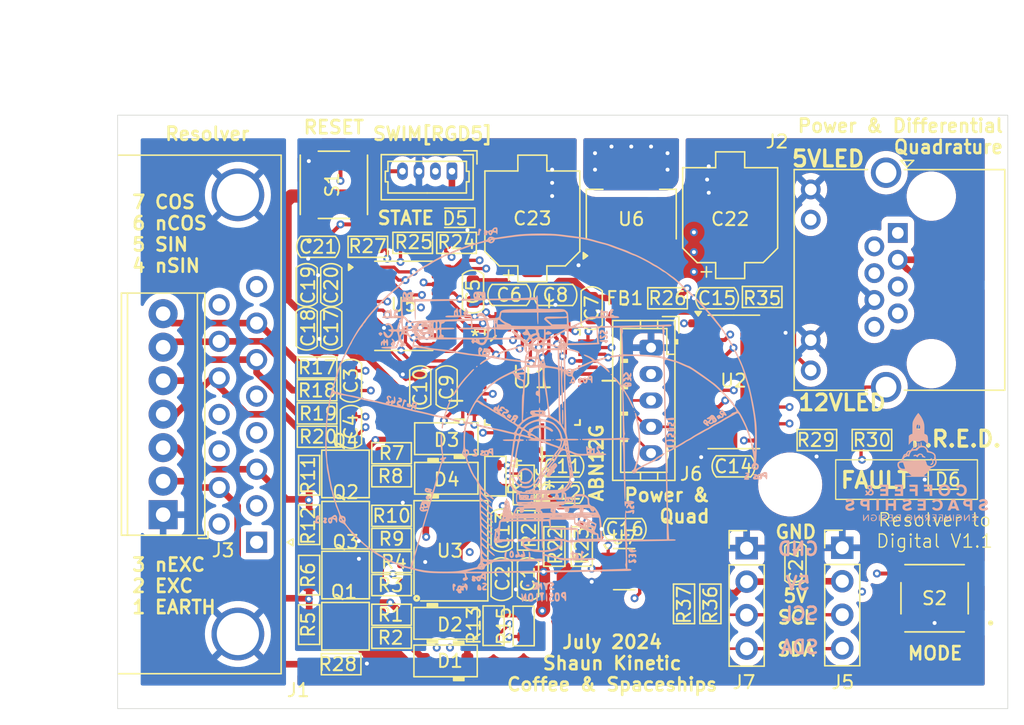
<source format=kicad_pcb>
(kicad_pcb (version 20240108) (generator "pcbnew") (generator_version "8.0")
  (layers (0 "F.Cu" signal) (1 "In1.Cu" signal) (2 "In2.Cu" signal) (31 "B.Cu" power) (34 "B.Paste" user) (35 "F.Paste" user) (36 "B.SilkS" user "B.Silkscreen") (37 "F.SilkS" user "F.Silkscreen") (38 "B.Mask" user) (39 "F.Mask" user) (44 "Edge.Cuts" user))
  (net 0 "")
  (net 4 "Net-(D1-A)")
  (net 8 "Net-(D1-K)")
  (net 18 "Net-(D2-K)")
  (net 19 "Net-(D3-A)")
  (net 20 "Net-(D3-K)")
  (net 21 "Net-(D4-K)")
  (net 31 "STM_RST")
  (net 32 "Net-(Q1-B)")
  (net 33 "+12V")
  (net 34 "Net-(Q2-B)")
  (net 35 "Net-(Q1-E)")
  (net 36 "Net-(Q2-E)")
  (net 37 "Net-(Q3-B)")
  (net 38 "Net-(Q4-B)")
  (net 39 "Net-(Q3-E)")
  (net 40 "EXC_OUT")
  (net 41 "~{EXC}_OUT")
  (net 42 "Net-(Q4-E)")
  (net 43 "Net-(U3A--)")
  (net 44 "EXC")
  (net 45 "~{EXC}")
  (net 46 "VREF")
  (net 47 "Net-(U1-COS)")
  (net 48 "Net-(U1-COSLO)")
  (net 49 "Net-(U1-SIN)")
  (net 50 "Net-(U1-SINLO)")
  (net 51 "COS")
  (net 52 "~{COS}")
  (net 53 "SIN")
  (net 54 "~{SIN}")
  (net 55 "A0")
  (net 56 "A1")
  (net 57 "RES0")
  (net 58 "RES1")
  (net 59 "AGND")
  (net 60 "Net-(U1-REFBYP)")
  (net 61 "Net-(U1-AVDD)")
  (net 62 "+5V")
  (net 63 "Net-(U1-~SOE)")
  (net 64 "Net-(U5-VCAP)")
  (net 65 "Net-(U3B--)")
  (net 66 "Net-(D5-A)")
  (net 67 "Net-(U2B-OUT+)")
  (net 68 "Net-(U2A-OUT-)")
  (net 69 "Net-(U2C-OUT-)")
  (net 70 "Net-(U2C-OUT+)")
  (net 71 "Net-(U2B-OUT-)")
  (net 72 "Net-(U2A-OUT+)")
  (net 73 "SPI_MOSI")
  (net 74 "SYS_CLK")
  (net 75 "SPI_MISO")
  (net 76 "SPI_SCK")
  (net 77 "R2D_~{RST}")
  (net 78 "SDA")
  (net 79 "SCL")
  (net 80 "Net-(U1-~CS)")
  (net 81 "Net-(U1-~RD)")
  (net 82 "STATUS_LED")
  (net 83 "QUAD_B")
  (net 84 "QUAD_A")
  (net 86 "QUAD_NM")
  (net 87 "~{SAMPLE}")
  (net 88 "/LOT")
  (net 89 "SPI_~{SS}")
  (net 90 "/DOS")
  (net 93 "TRACKING_FAULT")
  (net 94 "Net-(J2-Pad10)")
  (net 95 "Net-(J2-PadSH)")
  (net 96 "GND")
  (net 97 "Net-(J2-Pad12)")
  (net 98 "Net-(D6-A)")
  (net 99 "SWIM_PGM_AND_MENU")
  (net 100 "Earth_Protective")
  (footprint "Resistor_SMD_AKL:R_0603_1608Metric" (layer "F.Cu") (at 130.075 121.25)
    (property "Reference" "R2")
    (property "Value" "4R7" (hide yes))
  )
  (footprint "Capacitor_SMD_AKL:C_0603_1608Metric" (layer "F.Cu") (at 136.25 95 -90)
    (property "Reference" "C5")
    (property "Value" "10uF" (hide yes))
  )
  (footprint "Connector_RJ:RJ45_Amphenol_RJHSE538X" (layer "F.Cu") (at 168.46 90.55 -90)
    (property "Reference" "J2")
    (property "Value" "RJ45_LED_Shielded")
  )
  (footprint "Diode_SMD_AKL:D_SOD-123" (layer "F.Cu") (at 134.225 109.15)
    (property "Reference" "D4")
    (property "Value" "1N4148W" (hide yes))
  )
  (footprint "Capacitor_SMD_AKL:C_0603_1608Metric" (layer "F.Cu") (at 147.75 113 180)
    (property "Reference" "C16")
    (property "Value" "100nF" (hide yes))
  )
  (footprint "Resistor_SMD_AKL:R_0603_1608Metric" (layer "F.Cu") (at 140.09 120.35 90)
    (property "Reference" "R15")
    (property "Value" "15K" (hide yes))
  )
  (footprint "LED_SMD:LED_0603_1608Metric" (layer "F.Cu") (at 134.9 89.4 180)
    (property "Reference" "D5")
    (property "Value" "LED")
  )
  (footprint "Capacitor_SMD_AKL:C_0603_1608Metric" (layer "F.Cu") (at 143.025 108.25)
    (property "Reference" "C11")
    (property "Value" "10uF" (hide yes))
  )
  (footprint "Package_TO_SOT_SMD_AKL:SOT-23" (layer "F.Cu") (at 126.59 112.71)
    (property "Reference" "Q2")
    (property "Value" "MMBT5401" (hide yes))
  )
  (footprint "Resistor_SMD_AKL:R_0603_1608Metric" (layer "F.Cu") (at 130.075 112)
    (property "Reference" "R10")
    (property "Value" "2K2" (hide yes))
  )
  (footprint "Capacitor_SMD_AKL:C_0603_1608Metric" (layer "F.Cu") (at 156 108.25 180)
    (property "Reference" "C14")
    (property "Value" "10uF" (hide yes))
  )
  (footprint "Capacitor_SMD_AKL:C_0603_1608Metric" (layer "F.Cu") (at 142.5 95.25)
    (property "Reference" "C8")
    (property "Value" "10nF" (hide yes))
  )
  (footprint "TS-1187A-B-A-B:SW_TS-1187A-B-A-B" (layer "F.Cu") (at 171.25 118.25 180)
    (property "Reference" "S2")
    (property "Value" "TS-1187A-B-A-B")
  )
  (footprint "Package_TO_SOT_SMD_AKL:SOT-23" (layer "F.Cu") (at 126.59 116.49)
    (property "Reference" "Q3")
    (property "Value" "MMBT5401" (hide yes))
  )
  (footprint "Resistor_SMD_AKL:R_0603_1608Metric" (layer "F.Cu") (at 130.075 109)
    (property "Reference" "R8")
    (property "Value" "4R7" (hide yes))
  )
  (footprint "Resistor_SMD_AKL:R_0603_1608Metric" (layer "F.Cu") (at 123.825 112.675 -90)
    (property "Reference" "R12")
    (property "Value" "4R7" (hide yes))
  )
  (footprint "Capacitor_SMD_AKL:C_0603_1608Metric" (layer "F.Cu") (at 138.42 116.8 -90)
    (property "Reference" "C2")
    (property "Value" "10nF" (hide yes))
  )
  (footprint "Resistor_SMD_AKL:R_0603_1608Metric" (layer "F.Cu") (at 137.95 108.99 -90)
    (property "Reference" "R14")
    (property "Value" "10K" (hide yes))
  )
  (footprint "Capacitor_SMD_AKL:C_0603_1608Metric" (layer "F.Cu") (at 124.5 91.6)
    (property "Reference" "C21")
    (property "Value" "100nF" (hide yes))
  )
  (footprint "Resistor_SMD_AKL:R_0603_1608Metric" (layer "F.Cu") (at 124.425 102.475)
    (property "Reference" "R18")
    (property "Value" "4R7" (hide yes))
  )
  (footprint "Resistor_SMD_AKL:R_0603_1608Metric" (layer "F.Cu") (at 124.425 104.235)
    (property "Reference" "R19")
    (property "Value" "4R7" (hide yes))
  )
  (footprint "Resistor_SMD_AKL:R_0603_1608Metric" (layer "F.Cu") (at 144.5 114.325 90)
    (property "Reference" "R23")
    (property "Value" "10K" (hide yes))
  )
  (footprint "Capacitor_SMD_AKL:C_0603_1608Metric" (layer "F.Cu") (at 125.5 94.5 90)
    (property "Reference" "C20")
    (property "Value" "10nF" (hide yes))
  )
  (footprint "Capacitor_SMD_AKL:C_0603_1608Metric" (layer "F.Cu") (at 143.025 110.25)
    (property "Reference" "C12")
    (property "Value" "10nF" (hide yes))
  )
  (footprint "Resistor_SMD_AKL:R_0603_1608Metric" (layer "F.Cu") (at 126.25 123.25)
    (property "Reference" "R28")
    (property "Value" "0R" (hide yes))
  )
  (footprint "Capacitor_SMD_AKL:C_0603_1608Metric" (layer "F.Cu") (at 123.6375 94.5 90)
    (property "Reference" "C19")
    (property "Value" "1uF" (hide yes))
  )
  (footprint "Capacitor_SMD_AKL:C_0603_1608Metric" (layer "F.Cu") (at 134.25 102.25 90)
    (property "Reference" "C9")
    (property "Value" "10uF" (hide yes))
  )
  (footprint "Capacitor_SMD_AKL:CP_Elec_6.3x7.7" (layer "F.Cu") (at 155.75 89.2 90)
    (property "Reference" "C22")
    (property "Value" "CP_SMD_D6.3mm_H7.7mm - 150uF" (hide yes))
  )
  (footprint "Package_TO_SOT_SMD:SOT-223-3_TabPin2" (layer "F.Cu") (at 148.25 89.15 90)
    (property "Reference" "U6")
    (property "Value" "NCP1117-5.0_SOT223")
  )
  (footprint "Resistor_SMD_AKL:R_0603_1608Metric" (layer "F.Cu") (at 142.42 114.325 -90)
    (property "Reference" "R22")
    (property "Value" "22K" (hide yes))
  )
  (footprint "Connector_Molex:Molex_PicoBlade_53047-0410_1x04_P1.25mm_Vertical" (layer "F.Cu") (at 134.65 85.87 180)
    (property "Reference" "J4" (hide yes))
    (property "Value" "Conn_01x04_Pin")
  )
  (footprint "Capacitor_SMD_AKL:C_0603_1608Metric" (layer "F.Cu") (at 160.7 115.6 90)
    (property "Reference" "C24")
    (property "Value" "10uF" (hide yes))
  )
  (footprint "Resistor_SMD_AKL:R_0603_1608Metric" (layer "F.Cu") (at 158.175 95.4 180)
    (property "Reference" "R35")
    (property "Value" "10K" (hide yes))
  )
  (footprint "Connector_PinHeader_2.54mm:PinHeader_1x04_P2.54mm_Vertical" (layer "F.Cu") (at 157 114.45)
    (property "Reference" "J7")
    (property "Value" "Conn_01x04")
  )
  (footprint "Diode_SMD_AKL:D_SOD-123" (layer "F.Cu") (at 134.17 120.15)
    (property "Reference" "D2")
    (property "Value" "1N4148W" (hide yes))
  )
  (footprint "Capacitor_SMD_AKL:C_0603_1608Metric" (layer "F.Cu") (at 154.75 95.5 180)
    (property "Reference" "C15")
    (property "Value" "10nF" (hide yes))
  )
  (footprint "TerminalBlock_Phoenix:TerminalBlock_Phoenix_MPT-0,5-7-2.54_1x07_P2.54mm_Horizontal" (layer "F.Cu") (at 112.75 111.91 90)
    (property "Reference" "J3")
    (property "Value" "Screw_Terminal_01x07")
  )
  (footprint "Resistor_SMD_AKL:R_0603_1608Metric" (layer "F.Cu") (at 162.325 106.25 180)
    (property "Reference" "R29")
    (property "Value" "DNP" (hide yes))
  )
  (footprint "Package_TO_SOT_SMD_AKL:SOT-23" (layer "F.Cu") (at 126.58 120.37)
    (property "Reference" "Q1")
    (property "Value" "MMBT5551" (hide yes))
  )
  (footprint "Package_SO:SOIC-16_3.9x9.9mm_P1.27mm" (layer "F.Cu") (at 156.025 101.845)
    (property "Reference" "U2")
    (property "Value" "MC3487DX")
  )
  (footprint "Resistor_SMD_AKL:R_0603_1608Metric" (layer "F.Cu") (at 152.25 118.675 -90)
    (property "Reference" "R37")
    (property "Value" "2K2" (hide yes))
  )
  (footprint "Resistor_SMD_AKL:R_0603_1608Metric" (layer "F.Cu") (at 123.825 116.5 90)
    (property "Reference" "R6")
    (property "Value" "4R7" (hide yes))
  )
  (footprint "Capacitor_SMD_AKL:C_0603_1608Metric" (layer "F.Cu") (at 127 101.75 -90)
    (property "Reference" "C3")
    (property "Value" "DNP" (hide yes))
  )
  (footprint "Resistor_SMD_AKL:R_0603_1608Metric" (layer "F.Cu") (at 124.425 100.75)
    (property "Reference" "R17")
    (property "Value" "4R7" (hide yes))
  )
  (footprint "NetTie:NetTie-2_SMD_Pad0.5mm" (layer "F.Cu") (at 141 103.5 -90)
    (property "Reference" "NT1" (hide yes))
    (property "Value" "NetTie_2" (hide yes))
  )
  (footprint "Resistor_SMD_AKL:R_0603_1608Metric" (layer "F.Cu") (at 137.81 120.33 90)
    (property "Reference" "R13")
    (property "Value" "10K" (hide yes))
  )
  (footprint "Resistor_SMD_AKL:R_0603_1608Metric" (layer "F.Cu") (at 130.075 107.25 180)
    (property "Reference" "R7")
    (property "Value" "2K2" (hide yes))
  )
  (footprint "Capacitor_SMD_AKL:C_0603_1608Metric" (layer "F.Cu") (at 123.6375 97.804996 -90)
    (property "Reference" "C18")
    (property "Value" "10nF" (hide yes))
  )
  (footprint "Connector_Dsub:DSUB-15_Female_Horizontal_P2.77x2.84mm_EdgePinOffset7.70mm_Housed_MountingHolesOffset9.12mm" (layer "F.Cu") (at 119.84 114.005 -90)
    (property "Reference" "J1")
    (property "Value" "DA15_Receptacle_MountingHoles")
  )
  (footprint "Connector_PinHeader_2.54mm:PinHeader_1x04_P2.54mm_Vertical" (layer "F.Cu") (at 164.25 114.42)
    (property "Reference" "J5")
    (property "Value" "Conn_01x04")
  )
  (footprint "Diode_SMD_AKL:D_SOD-123" (layer "F.Cu") (at 134.17 123 180)
    (property "Reference" "D1")
    (property "Value" "1N4148W" (hide yes))
  )
  (footprint "Capacitor_SMD_AKL:C_0603_1608Metric" (layer "F.Cu") (at 125.5 97.804996 -90)
    (property "Reference" "C17")
    (property "Value" "10uF" (hide yes))
  )
  (footprint "Capacitor_SMD_AKL:C_0603_1608Metric" (layer "F.Cu") (at 139 95.25 180)
    (property "Reference" "C6")
    (property "Value" "10nF" (hide yes))
  )
  (footprint "Package_TO_SOT_SMD_AKL:SOT-23" (layer "F.Cu") (at 126.58 108.82)
    (property "Reference" "Q4")
    (property "Value" "MMBT5551" (hide yes))
  )
  (footprint "Package_SO_AKL:SO-8_3.9x4.9mm_P1.27mm" (layer "F.Cu") (at 134.575 114.65 90)
    (property "Reference" "U3")
    (property "Value" "AD8662ARZ" (hide yes))
  )
  (footprint "Resistor_SMD_AKL:R_0603_1608Metric" (layer "F.Cu") (at 131.675 91.3)
    (property "Reference" "R25")
    (property "Value" "10K" (hide yes))
  )
  (footprint "Resistor_SMD_AKL:R_0603_1608Metric" (layer "F.Cu") (at 135 91.3 180)
    (property "Reference" "R24")
    (property "Value" "10K" (hide yes))
  )
  (footprint "Resistor_SMD_AKL:R_0603_1608Metric" (layer "F.Cu") (at 166.5 106.25)
    (property "Reference" "R30")
    (property "Value" "2K2" (hide yes))
  )
  (footprint "Resistor_SMD_AKL:R_0603_1608Metric" (layer "F.Cu") (at 151 95.5 180)
    (property "Reference" "R26")
    (property "Value" "10K" (hide yes))
  )
  (footprint "TS-1187A-B-A-B:SW_TS-1187A-B-A-B" (layer "F.Cu") (at 125.7 86.9 90)
    (property "Reference" "S1")
    (property "Value" "TS-1187A-B-A-B")
  )
  (footprint "Fuse:Fuse_0603_1608Metric" (layer "F.Cu") (at 147.75 95.5 180)
    (property "Reference" "FB1")
    (property "Value" "Ferrite_Bead")
  )
  (footprint "Resistor_SMD_AKL:R_0603_1608Metric" (layer "F.Cu") (at 123.825 120.25 90)
    (property "Reference" "R5")
    (property "Value" "4R7" (hide yes))
  )
  (footprint "LED_SMD:LED_0603_1608Metric" (layer "F.Cu") (at 172.25 109.25)
    (property "Reference" "D6")
    (property "Value" "LED")
  )
  (footprint "Capacitor_SMD_AKL:C_0603_1608Metric" (layer "F.Cu") (at 145.25 96.25 -90)
    (property "Reference" "C7")
    (property "Value" "10uF" (hide yes))
  )
  (footprint "Resistor_SMD_AKL:R_0603_1608Metric" (layer "F.Cu") (at 124.425 106)
    (property "Reference" "R20")
    (property "Value" "4R7" (hide yes))
  )
  (footprint "Resistor_SMD_AKL:R_0603_1608Metric" (layer "F.Cu") (at 140.09 109.66 -90)
    (property "Reference" "R16")
    (property "Value" "15K" (hide yes))
  )
  (footprint "MountingHole:MountingHole_2.2mm_M2" (layer "F.Cu") (at 160.3 109.62)
    (property "Reference" "H1")
    (property "Value" "MountingHole")
  )
  (footprint "Resistor_SMD_AKL:R_0603_1608Metric" (layer "F.Cu") (at 130.075 113.75 180)
    (property "Reference" "R9")
    (property "Value" "4R7" (hide yes))
  )
  (footprint "Resistor_SMD_AKL:R_0603_1608Metric" (layer "F.Cu") (at 128.275 91.6)
    (property "Reference" "R27")
    (property "Value" "10K" (hide yes))
  )
  (footprint "Capacitor_SMD_AKL:C_0603_1608Metric" (layer "F.Cu") (at 140.42 116.8 -90)
    (property "Reference" "C1")
    (property "Value" "1uF" (hide yes))
  )
  (footprint "Package_TO_SOT_SMD:SOT-23-5" (layer "F.Cu") (at 147.7075 116.04)
    (property "Reference" "U7")
    (property "Value" "74AHC1G32")
  )
  (footprint "Package_SO:TSSOP-20_4.4x6.5mm_P0.65mm" (layer "F.Cu") (at 131 96.075)
    (property "Reference" "U5")
    (property "Value" "STM8S003F3P")
  )
  (footprint "Resistor_SMD_AKL:R_0603_1608Metric" (layer "F.Cu") (at 130.075 119.5 180)
    (property "Reference" "R1")
    (property "Value" "2K2" (hide yes))
  )
  (footprint "Capacitor_SMD_AKL:C_0603_1608Metric" (layer "F.Cu") (at 127 105.25 -90)
    (property "Reference" "C4")
    (property "Value" "DNP" (hide yes))
  )
  (footprint "AD2S1210WDSTZRL7:QFP50P900X900X160-48N" (layer "F.Cu") (at 140.75 101.5)
    (property "Reference" "U1")
    (property "Value" "AD2S1210WDSTZRL7")
  )
  (footprint "Capacitor_SMD_AKL:C_0603_1608Metric" (layer "F.Cu") (at 132.25 102.25 90)
    (property "Reference" "C10")
    (property "Value" "10nF" (hide yes))
  )
  (footprint "Resistor_SMD_AKL:R_0603_1608Metric" (layer "F.Cu") (at 130.075 117.25 180)
    (property "Reference" "R3")
    (property "Value" "4R7" (hide yes))
  )
  (footprint "Diode_SMD_AKL:D_SOD-123" (layer "F.Cu") (at 134.225 106.15 180)
    (property "Reference" "D3")
    (property "Value" "1N4148W" (hide yes))
  )
  (footprint "Resistor_SMD_AKL:R_0603_1608Metric" (layer "F.Cu") (at 140.42 113.1 90)
    (property "Reference" "R21")
    (property "Value" "10K" (hide yes))
  )
  (footprint "Resistor_SMD_AKL:R_0603_1608Metric" (layer "F.Cu") (at 123.825 108.925 -90)
    (property "Reference" "R11")
    (property "Value" "4R7" (hide yes))
  )
  (footprint "Connector_JST:JST_PH_B5B-PH-K_1x05_P2.00mm_Vertical" (layer "F.Cu") (at 149.75 99.25 -90)
    (property "Reference" "J6")
    (property "Value" "Conn_01x05_Pin")
  )
  (footprint "Resistor_SMD_AKL:R_0603_1608Metric" (layer "F.Cu") (at 154.25 118.675 -90)
    (property "Reference" "R36")
    (property "Value" "2K2" (hide yes))
  )
  (footprint "Capacitor_SMD_AKL:CP_Elec_6.3x7.7" (layer "F.Cu") (at 140.75 89.45 90)
    (property "Reference" "C23")
    (property "Value" "CP_SMD_D6.3mm_H7.7mm - 150uF" (hide yes))
  )
  (footprint "Resistor_SMD_AKL:R_0603_1608Metric" (layer "F.Cu") (at 130.075 115.5)
    (property "Reference" "R4")
    (property "Value" "2K2" (hide yes))
  )
  (footprint "Capacitor_SMD_AKL:C_0603_1608Metric" (layer "F.Cu") (at 138.42 113.1 -90)
    (property "Reference" "C13")
    (property "Value" "100nF" (hide yes))
  )
  (footprint "LOGO" (layer "B.Cu") (at 169.994193 108.532175 180)
    (property "Reference" "G***" (hide yes))
    (property "Value" "LOGO" (hide yes))
  )
  (footprint "LOGO" (layer "B.Cu") (at 141.25 104.25 180)
    (property "Reference" "G***" (hide yes))
    (property "Value" "LOGO" (hide yes))
  )
  (gr_rect (start 163.75 107.75) (end 174.5 110.75) (stroke (width 0.1)) (fill none) (layer "F.SilkS"))
  (gr_rect (start 109.3 81.62) (end 176.8 126.62) (stroke (width 0.05)) (fill none) (layer "Edge.Cuts"))
  (gr_text "5V" (at 161.925 117.7 0) (layer "B.SilkS") (effects (font (size 1 1) (thickness 0.2) (bold yes)) (justify left bottom mirror)))
  (gr_text "SCL" (at 162.56 120.015 0) (layer "B.SilkS") (effects (font (size 1 1) (thickness 0.2) (bold yes)) (justify left bottom mirror)))
  (gr_text "GND" (at 162.56 115.09 0) (layer "B.SilkS") (effects (font (size 1 1) (thickness 0.2) (bold yes)) (justify left bottom mirror)))
  (gr_text "SDA" (at 162.56 122.54 0) (layer "B.SilkS") (effects (font (size 1 1) (thickness 0.2) (bold yes)) (justify left bottom mirror)))
  (gr_text "GND" (at 159.07 113.81 0) (layer "F.SilkS") (effects (font (size 1 1) (thickness 0.2) (bold yes)) (justify left bottom)))
  (gr_text "Resolver" (at 112.8 83.62 0) (layer "F.SilkS") (effects (font (size 1 1) (thickness 0.2) (bold yes)) (justify left bottom)))
  (gr_text "SCL" (at 159.25 120.29 0) (layer "F.SilkS") (effects (font (size 1 1) (thickness 0.2) (bold yes)) (justify left bottom)))
  (gr_text "Power &\nQuad" (at 154.3 112.62 0) (layer "F.SilkS") (effects (font (size 1 1) (thickness 0.2) (bold yes)) (justify right bottom)))
  (gr_text "Power & Differential\nQuadrature" (at 176.55 84.62 0) (layer "F.SilkS") (effects (font (size 1 1) (thickness 0.2) (bold yes)) (justify right bottom)))
  (gr_text "ABN12G" (at 146.2 111.02 90) (layer "F.SilkS") (effects (font (size 1 1) (thickness 0.2) (bold yes)) (justify left bottom)))
  (gr_text "STATE" (at 128.9 90 0) (layer "F.SilkS") (effects (font (size 1 1) (thickness 0.2) (bold yes)) (justify left bottom)))
  (gr_text "SDA" (at 159.21 122.72 0) (layer "F.SilkS") (effects (font (size 1 1) (thickness 0.2) (bold yes)) (justify left bottom)))
  (gr_text "5VLED" (at 160.3 85.62 0) (layer "F.SilkS") (effects (font (size 1.2 1.2) (thickness 0.25) (bold yes)) (justify left bottom)))
  (gr_text "3 nEXC\n2 EXC\n1 EARTH\n\n" (at 110.3 121.12 0) (layer "F.SilkS") (effects (font (size 1 1) (thickness 0.2) (bold yes)) (justify left bottom)))
  (gr_text "SWIM[RGD5]" (at 128.55 83.62 0) (layer "F.SilkS") (effects (font (size 1 1) (thickness 0.2) (bold yes)) (justify left bottom)))
  (gr_text "July 2024\nShaun Kinetic\nCoffee & Spaceships" (at 146.8 125.37 0) (layer "F.SilkS") (effects (font (size 1 1) (thickness 0.2) (bold yes)) (justify bottom)))
  (gr_text "Resolver to\nDigital V1.1" (at 171.25 114.5 0) (layer "F.SilkS") (effects (font (size 1 1) (thickness 0.1)) (justify bottom)))
  (gr_text "5V" (at 159.67 118.65 0) (layer "F.SilkS") (effects (font (size 1 1) (thickness 0.2) (bold yes)) (justify left bottom)))
  (gr_text "7 COS\n6 nCOS\n5 SIN\n4 nSIN\n" (at 110.3 93.62 0) (layer "F.SilkS") (effects (font (size 1 1) (thickness 0.2) (bold yes)) (justify left bottom)))
  (gr_text "FAULT" (at 164 110 0) (layer "F.SilkS") (effects (font (size 1.2 1.2) (thickness 0.25) (bold yes)) (justify left bottom)))
  (gr_text "12VLED" (at 160.8 104.12 0) (layer "F.SilkS") (effects (font (size 1.2 1.2) (thickness 0.24) (bold yes)) (justify left bottom)))
  (gr_text "RESET" (at 123.3 83.12 0) (layer "F.SilkS") (effects (font (size 1 1) (thickness 0.2) (bold yes)) (justify left bottom)))
  (gr_text "F.R.E.D." (at 169.3 106.87 0) (layer "F.SilkS") (effects (font (size 1.2 1.2) (thickness 0.25) (bold yes)) (justify left bottom)))
  (gr_text "MODE" (at 169.11 123.01 0) (layer "F.SilkS") (effects (font (size 1 1) (thickness 0.2) (bold yes)) (justify left bottom)))
  (segment (start 132.52 122.87) (end 130.9 121.25) (width 0.5) (layer "F.Cu") (net 4))
  (segment (start 132.52 123) (end 132.52 122.87) (width 0.5) (layer "F.Cu") (net 4))
  (segment (start 135.82 120.15) (end 135.82 123) (width 0.5) (layer "F.Cu") (net 8))
  (segment (start 134.823658 120.15) (end 135.82 120.15) (width 0.5) (layer "F.Cu") (net 8))
  (segment (start 132.67 117.225) (end 132.67 117.996342) (width 0.5) (layer "F.Cu") (net 8))
  (segment (start 132.67 117.996342) (end 134.823658 120.15) (width 0.5) (layer "F.Cu") (net 8))
  (segment (start 132.52 118.87) (end 132.52 120.15) (width 0.5) (layer "F.Cu") (net 18))
  (segment (start 130.9 117.25) (end 132.52 118.87) (width 0.5) (layer "F.Cu") (net 18))
  (segment (start 132.575 107.325) (end 132.575 106.15) (width 0.5) (layer "F.Cu") (net 19))
  (segment (start 130.9 109) (end 132.575 107.325) (width 0.5) (layer "F.Cu") (net 19))
  (segment (start 135.875 109.15) (end 133.94 111.085) (width 0.5) (layer "F.Cu") (net 20))
  (segment (start 133.94 111.085) (end 133.94 112.075) (width 0.5) (layer "F.Cu") (net 20))
  (segment (start 135.875 106.15) (end 135.875 109.15) (width 0.5) (layer "F.Cu") (net 20))
  (segment (start 131.8 112.85) (end 130.9 113.75) (width 0.5) (layer "F.Cu") (net 21))
  (segment (start 131.8 109.925) (end 131.8 112.85) (width 0.5) (layer "F.Cu") (net 21))
  (segment (start 132.575 109.15) (end 131.8 109.925) (width 0.5) (layer "F.Cu") (net 21))
  (segment (start 127.575 84.075) (end 129.37 85.87) (width 0.3) (layer "F.Cu") (net 31))
  (segment (start 126.2 85.4) (end 127.575 84.025) (width 0.3) (layer "F.Cu") (net 31))
  (segment (start 127.575 83.9) (end 127.575 84.075) (width 0.3) (layer "F.Cu") (net 31))
  (segment (start 127.575 84.025) (end 127.575 83.9) (width 0.3) (layer "F.Cu") (net 31))
  (segment (start 127.230592 95.1) (end 126.4 94.269408) (width 0.3) (layer "F.Cu") (net 31))
  (segment (start 126.2 86.6) (end 126.2 85.4) (width 0.3) (layer "F.Cu") (net 31))
  (segment (start 128.1375 95.1) (end 127.230592 95.1) (width 0.3) (layer "F.Cu") (net 31))
  (segment (start 126.4 92.625) (end 125.275 91.5) (width 0.3) (layer "F.Cu") (net 31))
  (segment (start 126.4 94.269408) (end 126.4 92.625) (width 0.3) (layer "F.Cu") (net 31))
  (segment (start 125.275 91.6) (end 125.275 90.825) (width 0.3) (layer "F.Cu") (net 31))
  (segment (start 126.2 89.9) (end 127.575 89.9) (width 0.3) (layer "F.Cu") (net 31))
  (segment (start 129.37 85.87) (end 130.9 85.87) (width 0.3) (layer "F.Cu") (net 31))
  (segment (start 125.275 90.825) (end 126.2 89.9) (width 0.3) (layer "F.Cu") (net 31))
  (via (at 126.2 89.9) (size 0.6) (drill 0.3) (layers "F.Cu" "B.Cu") (net 31))
  (via (at 126.2 86.6) (size 0.6) (drill 0.3) (layers "F.Cu" "B.Cu") (net 31))
  (segment (start 126.37 120.21) (end 126.37 120.69) (width 0.5) (layer "F.Cu") (net 32))
  (segment (start 127.06 121.38) (end 129.12 121.38) (width 0.5) (layer "F.Cu") (net 32))
  (segment (start 126.37 120.69) (end 127.06 121.38) (width 0.5) (layer "F.Cu") (net 32))
  (segment (start 125.58 119.42) (end 126.37 120.21) (width 0.5) (layer "F.Cu") (net 32))
  (segment (start 129.25 121.25) (end 129.25 119.5) (width 0.5) (layer "F.Cu") (net 32))
  (segment (start 129.12 121.38) (end 129.25 121.25) (width 0.5) (layer "F.Cu") (net 32))
  (segment (start 127.58 107.52022) (end 128.85022 106.25) (width 0.5) (layer "F.Cu") (net 33))
  (segment (start 127.58 108.82) (end 127.58 107.52022) (width 0.5) (layer "F.Cu") (net 33))
  (segment (start 141.595 119.105) (end 141.5 119.2) (width 1) (layer "F.Cu") (net 33))
  (segment (start 139.8 116.025) (end 141.375 116.025) (width 0.5) (layer "F.Cu") (net 33))
  (segment (start 132.67 113.57) (end 132.7 113.6) (width 0.5) (layer "F.Cu") (net 33))
  (segment (start 141.595 116.245) (end 141.595 119.105) (width 1) (layer "F.Cu") (net 33))
  (segment (start 130.25 106.25) (end 128.85022 106.25) (width 0.5) (layer "F.Cu") (net 33))
  (segment (start 141.375 116.025) (end 141.595 116.245) (width 0.5) (layer "F.Cu") (net 33))
  (segment (start 130.9 106.9) (end 130.25 106.25) (width 0.5) (layer "F.Cu") (net 33))
  (segment (start 130.9 107.25) (end 130.9 106.9) (width 0.5) (layer "F.Cu") (net 33))
  (segment (start 139.8 116.025) (end 140.42 116.025) (width 0.5) (layer "F.Cu") (net 33))
  (segment (start 127.58 120.37) (end 127.58 119.54011) (width 0.5) (layer "F.Cu") (net 33))
  (segment (start 130.9 119.5) (end 129.975 118.575) (width 0.5) (layer "F.Cu") (net 33))
  (segment (start 127.58 119.54011) (end 128.54511 118.575) (width 0.5) (layer "F.Cu") (net 33))
  (segment (start 157.35 93.5) (end 155.75 91.9) (width 0.5) (layer "F.Cu") (net 33))
  (segment (start 141.595 116.245) (end 141.595 115.975) (width 0.5) (layer "F.Cu") (net 33))
  (segment (start 141.595 115.975) (end 142.42 115.15) (width 0.5) (layer "F.Cu") (net 33))
  (segment (start 138.42 116.025) (end 139.8 116.025) (width 0.5) (layer "F.Cu") (net 33))
  (segment (start 168.46 92.582) (end 170.418 92.582) (width 0.5) (layer "F.Cu") (net 33))
  (segment (start 132.67 112.075) (end 132.67 113.57) (width 0.5) (layer "F.Cu") (net 33))
  (segment (start 128.54511 118.575) (end 129.975 118.575) (width 0.5) (layer "F.Cu") (net 33))
  (segment (start 157.35 95.4) (end 157.35 93.5) (width 0.5) (layer "F.Cu") (net 33))
  (via (at 153 93.5) (size 0.6) (drill 0.3) (layers "F.Cu" "B.Cu") (net 33))
  (via (at 141.595 116.245) (size 0.6) (drill 0.3) (layers "F.Cu" "B.Cu") (net 33))
  (via (at 128.85022 106.25) (size 0.6) (drill 0.3) (layers "F.Cu" "B.Cu") (net 33))
  (via (at 153 90.5) (size 0.6) (drill 0.3) (layers "F.Cu" "B.Cu") (net 33))
  (via (at 132.7 113.6) (size 0.6) (drill 0.3) (layers "F.Cu" "B.Cu") (net 33))
  (via (at 141.5 119.2) (size 0.6) (drill 0.3) (layers "F.Cu" "B.Cu") (net 33))
  (via (at 129.975 118.575) (size 0.6) (drill 0.3) (layers "F.Cu" "B.Cu") (net 33))
  (via (at 153 92) (size 0.6) (drill 0.3) (layers "F.Cu" "B.Cu") (net 33))
  (segment (start 129.2 113.7) (end 129.25 113.75) (width 0.5) (layer "F.Cu") (net 34))
  (segment (start 129.25 113.75) (end 129.25 112) (width 0.5) (layer "F.Cu") (net 34))
  (segment (start 129.01 111.76) (end 129.25 112) (width 0.5) (layer "F.Cu") (net 34))
  (segment (start 125.59 111.76) (end 129.01 111.76) (width 0.5) (layer "F.Cu") (net 34))
  (segment (start 123.825 121.075) (end 125.335 121.075) (width 0.5) (layer "F.Cu") (net 35))
  (segment (start 125.335 121.075) (end 125.58 121.32) (width 0.5) (layer "F.Cu") (net 35))
  (segment (start 123.985 113.66) (end 123.825 113.5) (width 0.5) (layer "F.Cu") (net 36))
  (segment (start 125.59 113.66) (end 123.985 113.66) (width 0.5) (layer "F.Cu") (net 36))
  (segment (start 125.59 115.54) (end 125.59 115.94) (width 0.5) (layer "F.Cu") (net 37))
  (segment (start 129.1 117.4) (end 129.25 117.25) (width 0.5) (layer "F.Cu") (net 37))
  (segment (start 129.25 115.5) (end 129.25 117.25) (width 0.5) (layer "F.Cu") (net 37))
  (segment (start 129.16 117.34) (end 129.25 117.25) (width 0.5) (layer "F.Cu") (net 37))
  (segment (start 126.99 117.34) (end 129.16 117.34) (width 0.5) (layer "F.Cu") (net 37))
  (segment (start 125.59 115.94) (end 126.99 117.34) (width 0.5) (layer "F.Cu") (net 37))
  (segment (start 125.58 107.87) (end 125.58 108.27) (width 0.5) (layer "F.Cu") (net 38))
  (segment (start 129.25 107.25) (end 129.25 109) (width 0.5) (layer "F.Cu") (net 38))
  (segment (start 125.58 108.27) (end 126.98 109.67) (width 0.5) (layer "F.Cu") (net 38))
  (segment (start 126.98 109.67) (end 128.58 109.67) (width 0.5) (layer "F.Cu") (net 38))
  (segment (start 128.58 109.67) (end 129.25 109) (width 0.5) (layer "F.Cu") (net 38))
  (segment (start 125.59 117.44) (end 123.825 115.675) (width 0.5) (layer "F.Cu") (net 39))
  (segment (start 121 118.25) (end 118.4 115.65) (width 0.5) (layer "F.Cu") (net 40))
  (segment (start 114.77 109.37) (end 115.25 109.85) (width 0.5) (layer "F.Cu") (net 40))
  (segment (start 115.25 109.85) (end 117 109.85) (width 0.5) (layer "F.Cu") (net 40))
  (segment (start 118.4 115.65) (end 118.4 111.25) (width 0.5) (layer "F.Cu") (net 40))
  (segment (start 139.05 121.15) (end 139 121.2) (width 0.25) (layer "F.Cu") (net 40))
  (segment (start 123.825 118.25) (end 121 118.25) (width 0.5) (layer "F.Cu") (net 40))
  (segment (start 123.825 119.425) (end 123.825 117.325) (width 0.5) (layer "F.Cu") (net 40))
  (segment (start 112.75 109.37) (end 114.77 109.37) (width 0.5) (layer "F.Cu") (net 40))
  (segment (start 139.92 121.15) (end 139.05 121.15) (width 0.25) (layer "F.Cu") (net 40))
  (segment (start 118.4 111.25) (end 117 109.85) (width 0.5) (layer "F.Cu") (net 40))
  (via (at 123.8 118.3) (size 0.6) (drill 0.3) (layers "F.Cu" "B.Cu") (net 40))
  (via (at 139 121.2) (size 0.6) (drill 0.3) (layers "F.Cu" "B.Cu") (net 40))
  (segment (start 123.825 110.75) (end 122.125 110.75) (width 0.5) (layer "F.Cu") (net 41))
  (segment (start 112.75 106.83) (end 113.83 106.83) (width 0.5) (layer "F.Cu") (net 41))
  (segment (start 123.825 111.85) (end 123.825 110.75) (width 0.5) (layer "F.Cu") (net 41))
  (segment (start 139.92 108.825) (end 139.052098 108.825) (width 0.25) (layer "F.Cu") (net 41))
  (segment (start 113.83 106.83) (end 115.465 108.465) (width 0.5) (layer "F.Cu") (net 41))
  (segment (start 115.465 108.465) (end 119.84 108.465) (width 0.5) (layer "F.Cu") (net 41))
  (segment (start 139.052098 108.825) (end 138.90257 108.974528) (width 0.25) (layer "F.Cu") (net 41))
  (segment (start 122.125 110.75) (end 119.84 108.465) (width 0.5) (layer "F.Cu") (net 41))
  (segment (start 123.825 110.75) (end 123.825 109.75) (width 0.52) (layer "F.Cu") (net 41))
  (via (at 138.90257 108.974528) (size 0.6) (drill 0.3) (layers "F.Cu" "B.Cu") (net 41))
  (via (at 123.8 110.8) (size 0.6) (drill 0.3) (layers "F.Cu" "B.Cu") (net 41))
  (segment (start 125.58 109.77) (end 125.495 109.77) (width 0.5) (layer "F.Cu") (net 42))
  (segment (start 125.495 109.77) (end 123.825 108.1) (width 0.5) (layer "F.Cu") (net 42))
  (segment (start 133.94 118.099999) (end 134.810001 118.97) (width 0.5) (layer "F.Cu") (net 43))
  (segment (start 137.81 119.505) (end 137.865 119.45) (width 0.5) (layer "F.Cu") (net 43))
  (segment (start 134.810001 118.97) (end 137.275 118.97) (width 0.5) (layer "F.Cu") (net 43))
  (segment (start 137.275 118.97) (end 137.81 119.505) (width 0.5) (layer "F.Cu") (net 43))
  (segment (start 140.015 119.45) (end 140.09 119.525) (width 0.5) (layer "F.Cu") (net 43))
  (segment (start 133.94 117.225) (end 133.94 118.099999) (width 0.5) (layer "F.Cu") (net 43))
  (segment (start 137.865 119.45) (end 140.015 119.45) (width 0.5) (layer "F.Cu") (net 43))
  (segment (start 138.05 121.15) (end 137.92 121.15) (width 0.25) (layer "F.Cu") (net 44))
  (segment (start 143.0106 98.3273) (end 143.0106 97.2836) (width 0.25) (layer "F.Cu") (net 44))
  (segment (start 139 120.2) (end 138.05 121.15) (width 0.25) (layer "F.Cu") (net 44))
  (segment (start 143.034456 99.892228) (end 143.25 99.676684) (width 0.25) (layer "F.Cu") (net 44))
  (segment (start 143.25 98.5667) (end 143.0106 98.3273) (width 0.25) (layer "F.Cu") (net 44))
  (segment (start 143.25 99.676684) (end 143.25 98.5667) (width 0.25) (layer "F.Cu") (net 44))
  (via (at 143.034456 99.892228) (size 0.6) (drill 0.3) (layers "F.Cu" "B.Cu") (net 44))
  (via (at 139 120.2) (size 0.6) (drill 0.3) (layers "F.Cu" "B.Cu") (net 44))
  (segment (start 138.875 108.175) (end 137.92 108.175) (width 0.25) (layer "F.Cu") (net 45))
  (segment (start 142.625 98.975292) (end 142.625 98.578096) (width 0.25) (layer "F.Cu") (net 45))
  (segment (start 142.5026 98.455696) (end 142.5026 97.2836) (width 0.25) (layer "F.Cu") (net 45))
  (segment (start 142.625 98.578096) (end 142.5026 98.455696) (width 0.25) (layer "F.Cu") (net 45))
  (via (at 138.875 108.175) (size 0.6) (drill 0.3) (layers "F.Cu" "B.Cu") (net 45))
  (via (at 142.625 98.975292) (size 0.6) (drill 0.3) (layers "F.Cu" "B.Cu") (net 45))
  (segment (start 140.42 112.275) (end 138.47 112.275) (width 0.5) (layer "F.Cu") (net 46))
  (segment (start 141.155 112.275) (end 140.42 112.275) (width 0.5) (layer "F.Cu") (net 46))
  (segment (start 141.64 112.76) (end 141.155 112.275) (width 0.5) (layer "F.Cu") (net 46))
  (segment (start 136.73 112.325) (end 136.48 112.075) (width 0.5) (layer "F.Cu") (net 46))
  (segment (start 135.21 117.225) (end 135.21 114.479339) (width 0.5) (layer "F.Cu") (net 46))
  (segment (start 138.47 112.275) (end 138.42 112.325) (width 0.5) (layer "F.Cu") (net 46))
  (segment (start 136.48 113.209339) (end 136.48 112.075) (width 0.5) (layer "F.Cu") (net 46))
  (segment (start 142.42 113.5) (end 141.68 112.76) (width 0.5) (layer "F.Cu") (net 46))
  (segment (start 138.42 112.325) (end 136.73 112.325) (width 0.5) (layer "F.Cu") (net 46))
  (segment (start 141.68 112.76) (end 141.64 112.76) (width 0.5) (layer "F.Cu") (net 46))
  (segment (start 135.21 114.479339) (end 136.48 113.209339) (width 0.5) (layer "F.Cu") (net 46))
  (segment (start 139.5054 98.456264) (end 139.278839 98.682825) (width 0.25) (layer "F.Cu") (net 47))
  (segment (start 127.025 101) (end 127 100.975) (width 0.25) (layer "F.Cu") (net 47))
  (segment (start 125.4 100.9) (end 126.925 100.9) (width 0.5) (layer "F.Cu") (net 47))
  (segment (start 128.1 101) (end 127.025 101) (width 0.25) (layer "F.Cu") (net 47))
  (segment (start 125.25 100.75) (end 125.4 100.9) (width 0.5) (layer "F.Cu") (net 47))
  (segment (start 126.925 100.9) (end 127 100.975) (width 0.5) (layer "F.Cu") (net 47))
  (segment (start 139.5054 97.2836) (end 139.5054 98.456264) (width 0.25) (layer "F.Cu") (net 47))
  (via (at 128.1 101) (size 0.6) (drill 0.3) (layers "F.Cu" "B.Cu") (net 47))
  (via (at 139.278839 98.682825) (size 0.6) (drill 0.3) (layers "F.Cu" "B.Cu") (net 47))
  (segment (start 139.779146 99.307825) (end 139.988 99.098971) (width 0.25) (layer "F.Cu") (net 48))
  (segment (start 127.025 102.5) (end 127 102.525) (width 0.25) (layer "F.Cu") (net 48))
  (segment (start 128.5 102.5) (end 127.025 102.5) (width 0.25) (layer "F.Cu") (net 48))
  (segment (start 126.95 102.475) (end 127 102.525) (width 0.5) (layer "F.Cu") (net 48))
  (segment (start 125.25 102.475) (end 126.95 102.475) (width 0.5) (layer "F.Cu") (net 48))
  (segment (start 139.988 99.098971) (end 139.988 97.2836) (width 0.25) (layer "F.Cu") (net 48))
  (via (at 128.5 102.5) (size 0.6) (drill 0.3) (layers "F.Cu" "B.Cu") (net 48))
  (via (at 139.779146 99.307825) (size 0.6) (drill 0.3) (layers "F.Cu" "B.Cu") (net 48))
  (segment (start 141.512 98.66772) (end 141.512 97.2836) (width 0.25) (layer "F.Cu") (net 49))
  (segment (start 141.235318 98.944402) (end 141.512 98.66772) (width 0.25) (layer "F.Cu") (net 49))
  (segment (start 125.25 104.235) (end 125.415 104.4) (width 0.5) (layer "F.Cu") (net 49))
  (segment (start 125.415 104.4) (end 126.925 104.4) (width 0.5) (layer "F.Cu") (net 49))
  (segment (start 128.1 104.475) (end 127 104.475) (width 0.25) (layer "F.Cu") (net 49))
  (segment (start 126.925 104.4) (end 127 104.475) (width 0.5) (layer "F.Cu") (net 49))
  (segment (start 141.235318 99.25) (end 141.235318 98.944402) (width 0.25) (layer "F.Cu") (net 49))
  (via (at 128.1 104.475) (size 0.6) (drill 0.3) (layers "F.Cu" "B.Cu") (net 49))
  (via (at 141.235318 99.25) (size 0.6) (drill 0.3) (layers "F.Cu" "B.Cu") (net 49))
  (segment (start 125.25 106) (end 126.975 106) (width 0.5) (layer "F.Cu") (net 50))
  (segment (start 126.975 106) (end 127 106.025) (width 0.5) (layer "F.Cu") (net 50))
  (segment (start 140.65637 100.436971) (end 140.6 100.380601) (width 0.25) (layer "F.Cu") (net 50))
  (segment (start 128.1 105.275003) (end 127.350003 106.025) (width 0.25) (layer "F.Cu") (net 50))
  (segment (start 127.350003 106.025) (end 127 106.025) (width 0.25) (layer "F.Cu") (net 50))
  (segment (start 140.6 98.943324) (end 141.004 98.539324) (width 0.25) (layer "F.Cu") (net 50))
  (segment (start 140.6 100.380601) (end 140.6 98.943324) (width 0.25) (layer "F.Cu") (net 50))
  (segment (start 141.004 98.539324) (end 141.004 97.2836) (width 0.25) (layer "F.Cu") (net 50))
  (via (at 140.65637 100.436971) (size 0.6) (drill 0.3) (layers "F.Cu" "B.Cu") (net 50))
  (via (at 128.1 105.275003) (size 0.6) (drill 0.3) (layers "F.Cu" "B.Cu") (net 50))
  (segment (start 112.75 96.67) (end 113.465 97.385) (width 0.5) (layer "F.Cu") (net 51))
  (segment (start 123.35 100.75) (end 123.6 100.75) (width 0.5) (layer "F.Cu") (net 51))
  (segment (start 119.84 97.385) (end 119.985 97.385) (width 0.5) (layer "F.Cu") (net 51))
  (segment (start 119.985 97.385) (end 123.35 100.75) (width 0.5) (layer "F.Cu") (net 51))
  (segment (start 113.465 97.385) (end 119.84 97.385) (width 0.5) (layer "F.Cu") (net 51))
  (segment (start 121.5 100) (end 120.27 98.77) (width 0.5) (layer "F.Cu") (net 52))
  (segment (start 121.5 101.4) (end 121.5 100) (width 0.5) (layer "F.Cu") (net 52))
  (segment (start 120.27 98.77) (end 117 98.77) (width 0.5) (layer "F.Cu") (net 52))
  (segment (start 113.16 98.8) (end 116.97 98.8) (width 0.5) (layer "F.Cu") (net 52))
  (segment (start 116.97 98.8) (end 117 98.77) (width 0.5) (layer "F.Cu") (net 52))
  (segment (start 112.75 99.21) (end 113.16 98.8) (width 0.5) (layer "F.Cu") (net 52))
  (segment (start 123.6 102.475) (end 122.575 102.475) (width 0.5) (layer "F.Cu") (net 52))
  (segment (start 122.575 102.475) (end 121.5 101.4) (width 0.5) (layer "F.Cu") (net 52))
  (segment (start 122.935 104.235) (end 123.6 104.235) (width 0.5) (layer "F.Cu") (net 53))
  (segment (start 115.945 100.155) (end 119.84 100.155) (width 0.5) (layer "F.Cu") (net 53))
  (segment (start 119.84 101.14) (end 122.935 104.235) (width 0.5) (layer "F.Cu") (net 53))
  (segment (start 119.84 100.155) (end 119.84 101.14) (width 0.5) (layer "F.Cu") (net 53))
  (segment (start 114.35 101.75) (end 115.945 100.155) (width 0.5) (layer "F.Cu") (net 53))
  (segment (start 112.75 101.75) (end 114.35 101.75) (width 0.5) (layer "F.Cu") (net 53))
  (segment (start 116.46 101.54) (end 113.71 104.29) (width 0.5) (layer "F.Cu") (net 54))
  (segment (start 121.9 104.3) (end 119.1 104.3) (width 0.5) (layer "F.Cu") (net 54))
  (segment (start 113.71 104.29) (end 112.75 104.29) (width 0.5) (layer "F.Cu") (net 54))
  (segment (start 117 101.54) (end 116.46 101.54) (width 0.5) (layer "F.Cu") (net 54))
  (segment (start 123.6 106) (end 121.9 104.3) (width 0.5) (layer "F.Cu") (net 54))
  (segment (start 119.1 104.3) (end 117 102.2) (width 0.5) (layer "F.Cu") (net 54))
  (segment (start 117 102.2) (end 117 101.54) (width 0.5) (layer "F.Cu") (net 54))
  (segment (start 143.4932 97.2836) (end 143.4932 97.7432) (width 0.25) (layer "F.Cu") (net 55))
  (segment (start 143.4932 97.7432) (end 143.5 97.75) (width 0.25) (layer "F.Cu") (net 55))
  (segment (start 137.25 93.25) (end 135.386396 93.25) (width 0.25) (layer "F.Cu") (net 55))
  (segment (start 134.836396 93.8) (end 133.8625 93.8) (width 0.25) (layer "F.Cu") (net 55))
  (segment (start 143.75 98) (end 144 98) (width 0.25) (layer "F.Cu") (net 55))
  (segment (start 135.386396 93.25) (end 134.836396 93.8) (width 0.25) (layer "F.Cu") (net 55))
  (segment (start 143.5 97.75) (end 143.75 98) (width 0.25) (layer "F.Cu") (net 55))
  (via (at 137.25 93.25) (size 0.6) (drill 0.3) (layers "F.Cu" "B.Cu") (net 55))
  (via (at 144 98) (size 0.6) (drill 0.3) (layers "F.Cu" "B.Cu") (net 55))
  (segment (start 135.375 92.625) (end 134.85 93.15) (width 0.25) (layer "F.Cu") (net 56))
  (segment (start 136.75 92.625) (end 135.375 92.625) (width 0.25) (layer "F.Cu") (net 56))
  (segment (start 144.9664 98.0336) (end 145 98) (width 0.25) (layer "F.Cu") (net 56))
  (segment (start 134.85 93.15) (end 133.8625 93.15) (width 0.25) (layer "F.Cu") (net 56))
  (segment (start 144.9664 98.7568) (end 144.9664 98.0336) (width 0.25) (layer "F.Cu") (net 56))
  (via (at 145 98) (size 0.6) (drill 0.3) (layers "F.Cu" "B.Cu") (net 56))
  (via (at 136.75 92.625) (size 0.6) (drill 0.3) (layers "F.Cu" "B.Cu") (net 56))
  (segment (start 130.616116 93.5) (end 131.75 93.5) (width 0.25) (layer "F.Cu") (net 57))
  (segment (start 137.573316 96.9) (end 137.9 96.9) (width 0.25) (layer "F.Cu") (net 57))
  (segment (start 132.3 96.2) (end 132.3 96.1) (width 0.25) (layer "F.Cu") (net 57))
  (segment (start 137.236658 96.563342) (end 137.573316 96.9) (width 0.25) (layer "F.Cu") (net 57))
  (segment (start 137.9 96.9) (end 138.0068 97.0068) (width 0.25) (layer "F.Cu") (net 57))
  (segment (start 128.1375 93.15) (end 130.266116 93.15) (width 0.25) (layer "F.Cu") (net 57))
  (segment (start 130.266116 93.15) (end 130.616116 93.5) (width 0.25) (layer "F.Cu") (net 57))
  (segment (start 138.0068 97.0068) (end 138.0068 97.2836) (width 0.25) (layer "F.Cu") (net 57))
  (via (at 137.236658 96.563342) (size 0.6) (drill 0.3) (layers "F.Cu" "B.Cu") (net 57))
  (via (at 131.75 93.5) (size 0.6) (drill 0.3) (layers "F.Cu" "B.Cu") (net 57))
  (via (at 132.3 96.2) (size 0.6) (drill 0.3) (layers "F.Cu" "B.Cu") (net 57))
  (segment (start 130.60472 94.125) (end 131.125 94.125) (width 0.25) (layer "F.Cu") (net 58))
  (segment (start 131.125 97.799265) (end 131.424265 97.5) (width 0.25) (layer "F.Cu") (net 58))
  (segment (start 131.125 98.875) (end 131.125 97.799265) (width 0.25) (layer "F.Cu") (net 58))
  (segment (start 128.1375 93.8) (end 130.27972 93.8) (width 0.25) (layer "F.Cu") (net 58))
  (segment (start 134.7217 99.525) (end 131.775 99.525) (width 0.25) (layer "F.Cu") (net 58))
  (segment (start 130.27972 93.8) (end 130.60472 94.125) (width 0.25) (layer "F.Cu") (net 58))
  (segment (start 135.4899 98.7568) (end 134.7217 99.525) (width 0.25) (layer "F.Cu") (net 58))
  (segment (start 131.775 99.525) (end 131.375 99.125) (width 0.25) (layer "F.Cu") (net 58))
  (segment (start 131.375 99.125) (end 131.125 98.875) (width 0.25) (layer "F.Cu") (net 58))
  (segment (start 136.5336 98.7568) (end 135.4899 98.7568) (width 0.25) (layer "F.Cu") (net 58))
  (via (at 131.125 94.125) (size 0.6) (drill 0.3) (layers "F.Cu" "B.Cu") (net 58))
  (via (at 131.424265 97.5) (size 0.6) (drill 0.3) (layers "F.Cu" "B.Cu") (net 58))
  (segment (start 145.25 97) (end 145.75 96.5) (width 0.5) (layer "F.Cu") (net 59))
  (segment (start 140.37 113.875) (end 140.42 113.925) (width 0.5) (layer "F.Cu") (net 59))
  (segment (start 145.25 97.025) (end 145.25 97) (width 0.5) (layer "F.Cu") (net 59))
  (segment (start 139.5 117.575) (end 138.42 117.575) (width 0.5) (layer "F.Cu") (net 59))
  (segment (start 141.9946 99.511355) (end 141.501553 100.004402) (width 0.25) (layer "F.Cu") (net 59))
  (segment (start 138.025 117.225) (end 136.48 117.225) (width 0.5) (layer "F.Cu") (net 59))
  (segment (start 145.25 97.025) (end 145.05 97.025) (width 0.5) (layer "F.Cu") (net 59))
  (segment (start 137.748089 95.726911) (end 138.225 95.25) (width 0.5) (layer "F.Cu") (net 59))
  (segment (start 138.42 113.875) (end 139.5 113.875) (width 0.5) (layer "F.Cu") (net 59))
  (segment (start 137.233654 95.775) (end 136.25 95.775) (width 0.5) (layer "F.Cu") (net 59))
  (segment (start 127.59 115.27) (end 127.6 115.26) (width 0.5) (layer "F.Cu") (net 59))
  (segment (start 141.9946 96.2653) (end 142.2599 96) (width 0.25) (layer "F.Cu") (net 59))
  (segment (start 141.9946 97.2836) (end 141.9946 99.511355) (width 0.25) (layer "F.Cu") (net 59))
  (segment (start 143.275 95.25) (end 143.25 95.25) (width 0.5) (layer "F.Cu") (net 59))
  (segment (start 127.59 116.49) (end 127.59 115.27) (width 0.5) (layer "F.Cu") (net 59))
  (segment (start 139.5 117.575) (end 140.42 117.575) (width 0.5) (layer "F.Cu") (net 59))
  (segment (start 139.5 113.875) (end 140.37 113.875) (width 0.5) (layer "F.Cu") (net 59))
  (segment (start 130.9 112) (end 130.9 111.025) (width 0.5) (layer "F.Cu") (net 59))
  (segment (start 145.05 97.025) (end 143.275 95.25) (width 0.5) (layer "F.Cu") (net 59))
  (segment (start 127.59 113.9) (end 127.58 113.91) (width 0.5) (layer "F.Cu") (net 59))
  (segment (start 130.9 115.5) (end 132.625 115.5) (width 0.5) (layer "F.Cu") (net 59))
  (segment (start 141.9946 97.2836) (end 141.9946 96.2653) (width 0.25) (layer "F.Cu") (net 59))
  (segment (start 138.375 117.575) (end 138.025 117.225) (width 0.5) (layer "F.Cu") (net 59))
  (segment (start 138.42 117.575) (end 138.375 117.575) (width 0.5) (layer "F.Cu") (net 59))
  (segment (start 130.9 111.025) (end 130.925 111) (width 0.5) (layer "F.Cu") (net 59))
  (segment (start 137.281743 95.726911) (end 137.233654 95.775) (width 0.5) (layer "F.Cu") (net 59))
  (segment (start 142.2599 96) (end 142.5 96) (width 0.25) (layer "F.Cu") (net 59))
  (segment (start 143.25 95.25) (end 142.5 96) (width 0.5) (layer "F.Cu") (net 59))
  (segment (start 127.59 112.71) (end 127.59 113.9) (width 0.5) (layer "F.Cu") (net 59))
  (segment (start 137.281743 95.726911) (end 137.748089 95.726911) (width 0.5) (layer "F.Cu") (net 59))
  (via (at 130.925 111) (size 0.6) (drill 0.3) (layers "F.Cu" "B.Cu") (net 59))
  (via (at 139.5 117.575) (size 0.6) (drill 0.3) (layers "F.Cu" "B.Cu") (net 59))
  (via (at 137.281743 95.726911) (size 0.6) (drill 0.3) (layers "F.Cu" "B.Cu") (net 59))
  (via (at 127.6 115.26) (size 0.6) (drill 0.3) (layers "F.Cu" "B.Cu") (net 59))
  (via (at 141.501553 100.004402) (size 0.6) (drill 0.3) (layers "F.Cu" "B.Cu") (net 59))
  (via (at 139.5 113.875) (size 0.6) (drill 0.3) (layers "F.Cu" "B.Cu") (net 59))
  (via (at 132.625 115.5) (size 0.6) (drill 0.3) (layers "F.Cu" "B.Cu") (net 59))
  (via (at 142.5 96) (size 0.6) (drill 0.3) (layers "F.Cu" "B.Cu") (net 59))
  (via (at 145.75 96.5) (size 0.6) (drill 0.3) (layers "F.Cu" "B.Cu") (net 59))
  (via (at 127.58 113.91) (size 0.6) (drill 0.3) (layers "F.Cu" "B.Cu") (net 59))
  (segment (start 138.9974 97.2836) (end 138.9974 96.0276) (width 0.25) (layer "F.Cu") (net 60))
  (segment (start 138 94.225) (end 138.75 94.225) (width 0.5) (layer "F.Cu") (net 60))
  (segment (start 138.9974 96.0276) (end 139.775 95.25) (width 0.25) (layer "F.Cu") (net 60))
  (segment (start 138.75 94.225) (end 139.775 95.25) (width 0.5) (layer "F.Cu") (net 60))
  (segment (start 136.25 94.225) (end 138 94.225) (width 0.5) (layer "F.Cu") (net 60))
  (segment (start 140.496 96.2653) (end 141.5113 95.25) (width 0.25) (layer "F.Cu") (net 61))
  (segment (start 145.25 95.475) (end 143.975 94.2) (width 0.5) (layer "F.Cu") (net 61))
  (segment (start 143.975 94.2) (end 142.775 94.2) (width 0.5) (layer "F.Cu") (net 61))
  (segment (start 146.9375 95.475) (end 146.9625 95.5) (width 0.5) (layer "F.Cu") (net 61))
  (segment (start 140.496 97.2836) (end 140.496 96.2653) (width 0.25) (layer "F.Cu") (net 61))
  (segment (start 142.775 94.2) (end 141.725 95.25) (width 0.5) (layer "F.Cu") (net 61))
  (segment (start 141.5113 95.25) (end 141.725 95.25) (width 0.25) (layer "F.Cu") (net 61))
  (segment (start 145.25 95.475) (end 146.9375 95.475) (width 0.5) (layer "F.Cu") (net 61))
  (segment (start 134.475 103.025) (end 135.15565 102.34435) (width 0.25) (layer "F.Cu") (net 62))
  (segment (start 137.75 90.75) (end 137.75 90.25) (width 1) (layer "F.Cu") (net 62))
  (segment (start 136.25 87.75) (end 135.66 87.75) (width 1) (layer "F.Cu") (net 62))
  (segment (start 136.5336 101.246) (end 135.5653 101.246) (width 0.2) (layer "F.Cu") (net 62))
  (segment (start 142.25 110.25) (end 142.25 110.75) (width 0.5) (layer "F.Cu") (net 62))
  (segment (start 152.25 117.85) (end 152.25 111.25) (width 0.5) (layer "F.Cu") (net 62))
  (segment (start 156.665 101.21) (end 156.775 101.1) (width 0.3) (layer "F.Cu") (net 62))
  (segment (start 162.125 116.375) (end 162.375 116.625) (width 0.5) (layer "F.Cu") (net 62))
  (segment (start 142.25 92.15) (end 140.75 92.15) (width 1) (layer "F.Cu") (net 62))
  (segment (start 156.775 109.725) (end 156.775 108.25) (width 0.5) (layer "F.Cu") (net 62))
  (segment (start 150.175 95.5) (end 151.175 96.5) (width 0.5) (layer "F.Cu") (net 62))
  (segment (start 122 88.225) (end 122 95.392496) (width 1) (layer "F.Cu") (net 62))
  (segment (start 127.25 100) (end 126.75 99.5) (width 0.5) (layer "F.Cu") (net 62))
  (segment (start 156.775 101.1) (end 156.775 98.150001) (width 0.5) (layer "F.Cu") (net 62))
  (segment (start 162.375 116.625) (end 162.71 116.96) (width 0.2) (layer "F.Cu") (net 62))
  (segment (start 123.6375 97.029996) (end 125.5 97.029996) (width 0.5) (layer "F.Cu") (net 62))
  (segment (start 148.25 91.3) (end 147.2 90.25) (width 1) (layer "F.Cu") (net 62))
  (segment (start 148.525 111.275) (end 148.5 111.25) (width 0.5) (layer "F.Cu") (net 62))
  (segment (start 160.7 116.375) (end 161.75 116.375) (width 0.5) (layer "F.Cu") (net 62))
  (segment (start 142.25 92.15) (end 139.15 92.15) (width 1) (layer "F.Cu") (net 62))
  (segment (start 148.8875 113.3625) (end 148.525 113) (width 0.5) (layer "F.Cu") (net 62))
  (segment (start 148.525 113) (end 148.525 111.275) (width 0.5) (layer "F.Cu") (net 62))
  (segment (start 122.475 87.75) (end 122 88.225) (width 1) (layer "F.Cu") (net 62))
  (segment (start 148.5375 92.5875) (end 148.25 92.3) (width 0.5) (layer "F.Cu") (net 62))
  (segment (start 122 95.392496) (end 123.6375 97.029996) (width 0.5) (layer "F.Cu") (net 62))
  (segment (start 142.85 92.15) (end 142.25 92.15) (width 1) (layer "F.Cu") (net 62))
  (segment (start 154.25 117.85) (end 156.14 117.85) (width 0.5) (layer "F.Cu") (net 62))
  (segment (start 126.75 98.279996) (end 125.5 97.029996) (width 0.5) (layer "F.Cu") (net 62))
  (segment (start 161.75 116.375) (end 162.125 116.375) (width 0.5) (layer "F.Cu") (net 62))
  (segment (start 153.55 101.21) (end 156.665 101.21) (width 0.3) (layer "F.Cu") (net 62))
  (segment (start 135.5653 101.246) (end 135.15565 101.65565) (width 0.2) (layer "F.Cu") (net 62))
  (segment (start 132.951996 91.3) (end 133.851996 90.4) (width 0.25) (layer "F.Cu") (net 62))
  (segment (start 134.25 103.025) (end 134.475 103.025) (width 0.25) (layer "F.Cu") (net 62))
  (segment (start 132.5 91.3) (end 132.951996 91.3) (width 0.25) (layer "F.Cu") (net 62))
  (segment (start 152.25 111.25) (end 152 111.25) (width 0.5) (layer "F.Cu") (net 62))
  (segment (start 148.25 92.3) (end 148.25 91.3) (width 1) (layer "F.Cu") (net 62))
  (segment (start 132.25 103.025) (end 131.275 103.025) (width 0.5) (layer "F.Cu") (net 62))
  (segment (start 162.71 116.96) (end 164.25 116.96) (width 0.5) (layer "F.Cu") (net 62))
  (segment (start 156.775 102.4) (end 156.775 101.1) (width 0.5) (layer "F.Cu") (net 62))
  (segment (start 152.25 117.85) (end 156.14 117.85) (width 0.2) (layer "F.Cu") (net 62))
  (segment (start 158.5 102.48) (end 156.944239 102.48) (width 0.3) (layer "F.Cu") (net 62))
  (segment (start 156.864239 102.4) (end 156.775 102.4) (width 0.3) (layer "F.Cu") (net 62))
  (segment (start 141.75 107.75) (end 142.25 108.25) (width 0.3) (layer "F.Cu") (net 62))
  (segment (start 132.5 91.3) (end 132.77522 91.3) (width 0.25) (layer "F.Cu") (net 62))
  (segment (start 132.25 103.025) (end 134.25 103.025) (width 0.5) (layer "F.Cu") (net 62))
  (segment (start 156.04 107.515) (end 156.04 105.46) (width 0.5) (layer "F.Cu") (net 62))
  (segment (start 157.525001 97.4) (end 158.5 97.4) (width 0.5) (layer "F.Cu") (net 62))
  (segment (start 134.925 89.975) (end 134.925 87.825) (width 0.25) (layer "F.Cu") (net 62))
  (segment (start 140.496 105.7164) (end 140.496 106.946) (width 0.3) (layer "F.Cu") (net 62))
  (segment (start 126.820004 98.35) (end 125.5 97.029996) (width 0.3) (layer "F.Cu") (net 62))
  (segment (start 135.15565 102.34435) (end 135.15565 101.65565) (width 0.25) (layer "F.Cu") (net 62))
  (segment (start 134.8625 87.8875) (end 135 87.75) (width 0.25) (layer "F.Cu") (net 62))
  (segment (start 140.75 92.15) (end 139.15 92.15) (width 0.5) (layer "F.Cu") (net 62))
  (segment (start 133.851996 90.4) (end 134.5 90.4) (width 0.25) (layer "F.Cu") (net 62))
  (segment (start 124.5 87.75) (end 122.475 87.75) (width 1) (layer "F.Cu") (net 62))
  (segment (start 135 87.75) (end 124.5 87.75) (width 1) (layer "F.Cu") (net 62))
  (segment (start 157.425 97.4) (end 158.5 97.4) (width 0.5) (layer "F.Cu") (net 62))
  (segment (start 156.944239 102.48) (end 156.864239 102.4) (width 0.3) (layer "F.Cu") (net 62))
  (segment (start 154.525 96.5) (end 155.525 95.5) (width 0.5) (layer "F.Cu") (net 62))
  (segment (start 156.14 117.85) (end 157 116.99) (width 0.5) (layer "F.Cu") (net 62))
  (segment (start 134.5 90.4) (end 134.925 89.975) (width 0.25) (layer "F.Cu") (net 62))
  (segment (start 137.75 90.75) (end 137.75 89.25) (width 1) (layer "F.Cu") (net 62))
  (segment (start 159.125 116.375) (end 160.7 116.375) (width 0.5) (layer "F.Cu") (net 62))
  (segment (start 156.04 105.46) (end 156.775 104.725) (width 0.5) (layer "F.Cu") (net 62))
  (segment (start 137.75 90.25) (end 137.75 89.25) (width 0.5) (layer "F.Cu") (net 62))
  (segment (start 141.3 107.75) (end 141.75 107.75) (width 0.3) (layer "F.Cu") (net 62))
  (segment (start 142.25 110.75) (end 142.75 111.25) (width 0.5) (layer "F.Cu") (net 62))
  (segment (start 138.625 91.625) (end 137.75 90.75) (width 1) (layer "F.Cu") (net 62))
  (segment (start 151.175 96.5) (end 154.525 96.5) (width 0.5) (layer "F.Cu") (net 62))
  (segment (start 135.66 87.75) (end 135 87.75) (width 1) (layer "F.Cu") (net 62))
  (segment (start 152 111.25) (end 155.25 111.25) (width 0.5) (layer "F.Cu") (net 62))
  (segment (start 157 116.99) (end 158.51 116.99) (width 0.5) (layer "F.Cu") (net 62))
  (segment (start 148.5375 95.5) (end 148.5375 92.5875) (width 0.5) (layer "F.Cu") (net 62))
  (segment (start 152.25 117.85) (end 154.25 117.85) (width 0.5) (layer "F.Cu") (net 62))
  (segment (start 155.525 95.5) (end 157.425 97.4) (width 0.5) (layer "F.Cu") (net 62))
  (segment (start 148.5 111.25) (end 152 111.25) (width 0.5) (layer "F.Cu") (net 62))
  (segment (start 156.775 104.725) (end 156.775 102.4) (width 0.5) (layer "F.Cu") (net 62))
  (segment (start 142.25 110.25) (end 142.25 108.25) (width 0.5) (layer "F.Cu") (net 62))
  (segment (start 128.25 100) (end 127.25 100) (width 0.5) (layer "F.Cu") (net 62))
  (segment (start 124.5 87.75) (end 122.975 87.75) (width 1) (layer "F.Cu") (net 62))
  (segment (start 155.25 111.25) (end 156.775 109.725) (width 0.5) (layer "F.Cu") (net 62))
  (segment (start 128.1375 98.35) (end 126.820004 98.35) (width 0.3) (layer "F.Cu") (net 62))
  (segment (start 126.75 99.5) (end 126.75 98.279996) (width 0.5) (layer "F.Cu") (net 62))
  (segment (start 158.51 116.99) (end 159.125 116.375) (width 0.5) (layer "F.Cu") (net 62))
  (segment (start 134.65 85.87) (end 134.65 87.4) (width 0.5) (layer "F.Cu") (net 62))
  (segment (start 131.275 103.025) (end 128.25 100) (width 0.5) (layer "F.Cu") (net 62))
  (segment (start 150.175 95.5) (end 148.5375 95.5) (width 0.5) (layer "F.Cu") (net 62))
  (segment (start 134.65 87.4) (end 135 87.75) (width 0.5) (layer "F.Cu") (net 62))
  (segment (start 134.925 87.825) (end 135 87.75) (width 0.25) (layer "F.Cu") (net 62))
  (segment (start 140.496 106.946) (end 141.3 107.75) (width 0.3) (layer "F.Cu") (net 62))
  (segment (start 148.8875 115.05) (end 148.8875 113.3625) (width 0.5) (layer "F.Cu") (net 62))
  (segment (start 156.775 98.150001) (end 157.525001 97.4) (width 0.5) (layer "F.Cu") (net 62))
  (segment (start 156.775 108.25) (end 156.04 107.515) (width 0.5) (layer "F.Cu") (net 62))
  (segment (start 142.75 111.25) (end 148.5 111.25) (width 0.5) (layer "F.Cu") (net 62))
  (segment (start 162.125 116.375) (end 162.71 116.96) (width 0.5) (layer "F.Cu") (net 62))
  (segment (start 139.15 92.15) (end 138.625 91.625) (width 1) (layer "F.Cu") (net 62))
  (segment (start 142.85 92.15) (end 144.75 90.25) (width 1) (layer "F.Cu") (net 62))
  (segment (start 137.75 89.25) (end 136.25 87.75) (width 1) (layer "F.Cu") (net 62))
  (segment (start 144.75 90.25) (end 147.2 90.25) (width 1) (layer "F.Cu") (net 62))
  (via (at 146.75 84) (size 0.6) (drill 0.3) (layers "F.Cu" "B.Cu") (net 62))
  (via (at 149.75 84) (size 0.6) (drill 0.3) (layers "F.Cu" "B.Cu") (net 62))
  (via (at 148.25 84) (size 0.6) (drill 0.3) (layers "F.Cu" "B.Cu") (net 62))
  (via (at 145.5 85.75) (size 0.6) (drill 0.3) (layers "F.Cu" "B.Cu") (net 62))
  (via (at 151 84.5) (size 0.6) (drill 0.3) (layers "F.Cu" "B.Cu") (net 62))
  (via (at 145.5 84.5) (size 0.6) (drill 0.3) (layers "F.Cu" "B.Cu") (net 62))
  (via (at 151 85.75) (size 0.6) (drill 0.3) (layers "F.Cu" "B.Cu") (net 62))
  (segment (start 137.7446 102.7446) (end 137.75 102.75) (width 0.25) (layer "F.Cu") (net 63))
  (segment (start 144.5 113.5) (end 144.5 112.25) (width 0.25) (layer "F.Cu") (net 63))
  (segment (start 136.5336 102.7446) (end 137.7446 102.7446) (width 0.25) (layer "F.Cu") (net 63))
  (via (at 138.5 111.25) (size 0.6) (drill 0.3) (layers "F.Cu" "B.Cu") (net 63))
  (via (at 137.75 102.75) (size 0.6) (drill 0.3) (layers "F.Cu" "B.Cu") (net 63))
  (via (at 144.5 112.25) (size 0.6) (drill 0.3) (layers "F.Cu" "B.Cu") (net 63))
  (segment (start 126.75 96.525) (end 125.5 95.275) (width 0.3) (layer "F.Cu") (net 64))
  (segment (start 126.75 97.1) (end 126.75 96.8) (width 0.3) (layer "F.Cu") (net 64))
  (segment (start 128.1375 97.7) (end 127.2 97.7) (width 0.3) (layer "F.Cu") (net 64))
  (segment (start 126.75 96.525) (end 126.75 96.8) (width 0.2) (layer "F.Cu") (net 64))
  (segment (start 123.6375 95.275) (end 125.5 95.275) (width 0.5) (layer "F.Cu") (net 64))
  (segment (start 127.2 97.7) (end 126.95 97.45) (width 0.3) (layer "F.Cu") (net 64))
  (segment (start 126.75 97.1) (end 126.75 96.525) (width 0.3) (layer "F.Cu") (net 64))
  (segment (start 126.75 97.25) (end 126.75 97.1) (width 0.3) (layer "F.Cu") (net 64))
  (segment (start 126.95 97.45) (end 126.75 97.25) (width 0.3) (layer "F.Cu") (net 64))
  (segment (start 135.21 112.075) (end 135.21 111.42) (width 0.5) (layer "F.Cu") (net 65))
  (segment (start 136.815 109.815) (end 137.95 109.815) (width 0.5) (layer "F.Cu") (net 65))
  (segment (start 139.27 109.825) (end 139.92 110.475) (width 0.5) (layer "F.Cu") (net 65))
  (segment (start 137.92 109.825) (end 139.27 109.825) (width 0.5) (layer "F.Cu") (net 65))
  (segment (start 135.21 111.42) (end 136.815 109.815) (width 0.5) (layer "F.Cu") (net 65))
  (segment (start 128.7 90.7) (end 128.676996 90.7) (width 0.25) (layer "F.Cu") (net 66))
  (segment (start 133.13 90.17) (end 129.23 90.17) (width 0.25) (layer "F.Cu") (net 66))
  (segment (start 128.375 91.001996) (end 128.375 91.025) (width 0.25) (layer "F.Cu") (net 66))
  (segment (start 129.23 90.17) (end 128.7 90.7) (width 0.25) (layer "F.Cu") (net 66))
  (segment (start 128.676996 90.7) (end 128.375 91.001996) (width 0.25) (layer "F.Cu") (net 66))
  (segment (start 134.1 89.2) (end 133.13 90.17) (width 0.25) (layer "F.Cu") (net 66))
  (segment (start 127.8 91.6) (end 127.45 91.6) (width 0.25) (layer "F.Cu") (net 66))
  (segment (start 128.375 91.025) (end 127.8 91.6) (width 0.25) (layer "F.Cu") (net 66))
  (segment (start 155.375 103.25) (end 154.875 103.75) (width 0.3) (layer "F.Cu") (net 67))
  (segment (start 154.875 103.75) (end 153.55 103.75) (width 0.3) (layer "F.Cu") (net 67))
  (via (at 155.375 103.25) (size 0.6) (drill 0.3) (layers "F.Cu" "B.Cu") (net 67))
  (segment (start 155.31 99.94) (end 156 99.25) (width 0.3) (layer "F.Cu") (net 68))
  (segment (start 153.04 99.79) (end 153 99.75) (width 0.2) (layer "F.Cu") (net 68))
  (segment (start 153.55 99.94) (end 155.31 99.94) (width 0.3) (layer "F.Cu") (net 68))
  (segment (start 153.05 99.79) (end 153.04 99.79) (width 0.2) (layer "F.Cu") (net 68))
  (via (at 156 99.25) (size 0.6) (drill 0.3) (layers "F.Cu" "B.Cu") (net 68))
  (segment (start 158.5 103.75) (end 160.25 103.75) (width 0.25) (layer "F.Cu") (net 69))
  (via (at 160.25 103.75) (size 0.6) (drill 0.3) (layers "F.Cu" "B.Cu") (net 69))
  (segment (start 158.5 105.02) (end 160.23 105.02) (width 0.25) (layer "F.Cu") (net 70))
  (segment (start 160.23 105.02) (end 160.25 105) (width 0.25) (layer "F.Cu") (net 70))
  (via (at 160.25 105) (size 0.6) (drill 0.3) (layers "F.Cu" "B.Cu") (net 70))
  (segment (start 156.025 102.48) (end 153.55 102.48) (width 0.25) (layer "F.Cu") (net 71))
  (via (at 156.025 102.48) (size 0.6) (drill 0.3) (layers "F.Cu" "B.Cu") (net 71))
  (segment (start 155.33 98.67) (end 155.75 98.25) (width 0.3) (layer "F.Cu") (net 72))
  (segment (start 153.23 98.52) (end 153.25 98.5) (width 0.2) (layer "F.Cu") (net 72))
  (segment (start 153.05 98.52) (end 153.23 98.52) (width 0.2) (layer "F.Cu") (net 72))
  (segment (start 153.55 98.67) (end 155.33 98.67) (width 0.3) (layer "F.Cu") (net 72))
  (via (at 155.75 98.25) (size 0.6) (drill 0.3) (layers "F.Cu" "B.Cu") (net 72))
  (segment (start 134.575564 95.75) (end 135.700564 96.875) (width 0.25) (layer "F.Cu") (net 73))
  (segment (start 136.5336 104.2432) (end 136.5336 104.2503) (width 0.25) (layer "F.Cu") (net 73))
  (segment (start 133.8625 95.75) (end 134.575564 95.75) (width 0.25) (layer "F.Cu") (net 73))
  (segment (start 135.700564 96.875) (end 136.375303 96.875) (width 0.25) (layer "F.Cu") (net 73))
  (segment (start 136.35033 104.42647) (end 136.5336 104.2432) (width 0.25) (layer "F.Cu") (net 73))
  (segment (start 136.35033 105.090211) (end 136.35033 104.42647) (width 0.25) (layer "F.Cu") (net 73))
  (via (at 136.375303 96.875) (size 0.6) (drill 0.3) (layers "F.Cu" "B.Cu") (net 73))
  (via (at 136.35033 105.090211) (size 0.6) (drill 0.3) (layers "F.Cu" "B.Cu") (net 73))
  (segment (start 138.75 100.5059) (end 138.75 99.5031) (width 0.2) (layer "F.Cu") (net 74))
  (segment (start 137.2469 98) (end 135.468456 98) (width 0.2) (layer "F.Cu") (net 74))
  (segment (start 137.5019 101.754) (end 138.75 100.5059) (width 0.2) (layer "F.Cu") (net 74))
  (segment (start 136.5336 101.754) (end 137.5019 101.754) (width 0.2) (layer "F.Cu") (net 74))
  (segment (start 134.518456 97.05) (end 133.8625 97.05) (width 0.2) (layer "F.Cu") (net 74))
  (segment (start 138.75 99.5031) (end 137.2469 98) (width 0.2) (layer "F.Cu") (net 74))
  (segment (start 135.468456 98) (end 134.518456 97.05) (width 0.2) (layer "F.Cu") (net 74))
  (segment (start 135.472 103.7785) (end 135.4899 103.7606) (width 0.25) (layer "F.Cu") (net 75))
  (segment (start 133.8625 95.1) (end 134.809448 95.1) (width 0.25) (layer "F.Cu") (net 75))
  (segment (start 135.4899 103.7606) (end 136.5336 103.7606) (width 0.25) (layer "F.Cu") (net 75))
  (segment (start 135.472 104.778) (end 135.472 103.7785) (width 0.25) (layer "F.Cu") (net 75))
  (segment (start 134.809448 95.1) (end 135.254724 95.545276) (width 0.25) (layer "F.Cu") (net 75))
  (segment (start 135.375 104.875) (end 135.472 104.778) (width 0.25) (layer "F.Cu") (net 75))
  (via (at 135.375 104.875) (size 0.6) (drill 0.3) (layers "F.Cu" "B.Cu") (net 75))
  (via (at 135.254724 95.545276) (size 0.6) (drill 0.3) (layers "F.Cu" "B.Cu") (net 75))
  (segment (start 136.825 97.575) (end 135.764168 97.575) (width 0.25) (layer "F.Cu") (net 76))
  (segment (start 137 105.7) (end 137.9904 105.7) (width 0.25) (layer "F.Cu") (net 76))
  (segment (start 134.589168 96.4) (end 133.8625 96.4) (width 0.25) (layer "F.Cu") (net 76))
  (segment (start 135.764168 97.575) (end 134.589168 96.4) (width 0.25) (layer "F.Cu") (net 76))
  (segment (start 137.9997 105.7093) (end 137.9997 105.7164) (width 0.25) (layer "F.Cu") (net 76))
  (segment (start 137.9904 105.7) (end 137.9997 105.7093) (width 0.25) (layer "F.Cu") (net 76))
  (segment (start 137 97.4) (end 136.825 97.575) (width 0.25) (layer "F.Cu") (net 76))
  (via (at 137 97.4) (size 0.6) (drill 0.3) (layers "F.Cu" "B.Cu") (net 76))
  (via (at 137 105.7) (size 0.6) (drill 0.3) (layers "F.Cu" "B.Cu") (net 76))
  (segment (start 132.273272 97.7) (end 132.237851 97.735421) (width 0.25) (layer "F.Cu") (net 77))
  (segment (start 133.8625 97.7) (end 132.273272 97.7) (width 0.25) (layer "F.Cu") (net 77))
  (segment (start 144.9664 100.2554) (end 143.7554 100.2554) (width 0.25) (layer "F.Cu") (net 77))
  (segment (start 143.7554 100.2554) (end 143.75 100.25) (width 0.25) (layer "F.Cu") (net 77))
  (via (at 143.75 100.25) (size 0.6) (drill 0.3) (layers "F.Cu" "B.Cu") (net 77))
  (via (at 132.237851 97.735421) (size 0.6) (drill 0.3) (layers "F.Cu" "B.Cu") (net 77))
  (segment (start 157 122.07) (end 164.22 122.07) (width 0.25) (layer "F.Cu") (net 78))
  (segment (start 164.22 122.07) (end 164.25 122.04) (width 0.25) (layer "F.Cu") (net 78))
  (segment (start 132.25 99) (end 131.75 98.5) (width 0.25) (layer "F.Cu") (net 78))
  (segment (start 133.8625 99) (end 132.25 99) (width 0.25) (layer "F.Cu") (net 78))
  (segment (start 152.25 119.5) (end 154.82 122.07) (width 0.2) (layer "F.Cu") (net 78))
  (segment (start 154.82 122.07) (end 157 122.07) (width 0.2) (layer "F.Cu") (net 78))
  (via (at 131.75 98.5) (size 0.6) (drill 0.3) (layers "F.Cu" "B.Cu") (net 78))
  (via (at 133.5 122) (size 0.6) (drill 0.3) (layers "F.Cu" "B.Cu") (net 78))
  (segment (start 154.25 119.5) (end 156.97 119.5) (width 0.2) (layer "F.Cu") (net 79))
  (segment (start 156.97 119.5) (end 157 119.53) (width 0.2) (layer "F.Cu") (net 79))
  (segment (start 157 119.53) (end 157.03 119.5) (width 0.25) (layer "F.Cu") (net 79))
  (segment (start 157.03 119.5) (end 164.25 119.5) (width 0.25) (layer "F.Cu") (net 79))
  (segment (start 132.75 98.35) (end 133.8625 98.35) (width 0.25) (layer "F.Cu") (net 79))
  (via (at 134.502983 121.991051) (size 0.6) (drill 0.3) (layers "F.Cu" "B.Cu") (net 79))
  (via (at 132.75 98.35) (size 0.6) (drill 0.3) (layers "F.Cu" "B.Cu") (net 79))
  (segment (start 136.5336 99.2394) (end 137.4644 99.2394) (width 0.25) (layer "F.Cu") (net 80))
  (segment (start 134.175 91.3) (end 134.175 91.925) (width 0.25) (layer "F.Cu") (net 80))
  (segment (start 137.4644 99.2394) (end 138 99.775) (width 0.25) (layer "F.Cu") (net 80))
  (segment (start 134.175 91.925) (end 134.625 92.375) (width 0.25) (layer "F.Cu") (net 80))
  (via (at 134.625 92.375) (size 0.6) (drill 0.3) (layers "F.Cu" "B.Cu") (net 80))
  (via (at 138 99.775) (size 0.6) (drill 0.3) (layers "F.Cu" "B.Cu") (net 80))
  (segment (start 130.799265 99.549265) (end 131.5 100.25) (width 0.25) (layer "F.Cu") (net 81))
  (segment (start 130.85 91.3) (end 130.75 91.4) (width 0.25) (layer "F.Cu") (net 81))
  (segment (start 135.135696 99.7474) (end 136.5336 99.7474) (width 0.25) (layer "F.Cu") (net 81))
  (segment (start 130.799265 99.450735) (end 130.799265 99.549265) (width 0.25) (layer "F.Cu") (net 81))
  (segment (start 130.75 91.4) (end 130.75 92.75) (width 0.25) (layer "F.Cu") (net 81))
  (segment (start 131.5 100.25) (end 134.633096 100.25) (width 0.25) (layer "F.Cu") (net 81))
  (segment (start 134.633096 100.25) (end 135.135696 99.7474) (width 0.25) (layer "F.Cu") (net 81))
  (via (at 130.799265 99.450735) (size 0.6) (drill 0.3) (layers "F.Cu" "B.Cu") (net 81))
  (via (at 130.75 92.75) (size 0.6) (drill 0.3) (layers "F.Cu" "B.Cu") (net 81))
  (segment (start 129.1 91.3) (end 129.75 91.95) (width 0.25) (layer "F.Cu") (net 82))
  (segment (start 129.75 91.95) (end 129.75 92.5) (width 0.25) (layer "F.Cu") (net 82))
  (segment (start 128.1375 95.75) (end 129.75 95.75) (width 0.25) (layer "F.Cu") (net 82))
  (via (at 129.75 92.5) (size 0.6) (drill 0.3) (layers "F.Cu" "B.Cu") (net 82))
  (via (at 129.75 95.75) (size 0.6) (drill 0.3) (layers "F.Cu" "B.Cu") (net 82))
  (segment (start 144.9664 101.754) (end 144.996 101.754) (width 0.2) (layer "F.Cu") (net 83))
  (segment (start 151.5 105.25) (end 151.73 105.02) (width 0.2) (layer "F.Cu") (net 83))
  (segment (start 149.4307 105.25) (end 149.75 105.25) (width 0.2) (layer "F.Cu") (net 83))
  (segment (start 144.996 101.754) (end 145 101.75) (width 0.2) (layer "F.Cu") (net 83))
  (segment (start 144.9664 101.754) (end 145.9347 101.754) (width 0.2) (layer "F.Cu") (net 83))
  (segment (start 149.75 105.25) (end 151.5 105.25) (width 0.2) (layer "F.Cu") (net 83))
  (segment (start 145.9347 101.754) (end 149.4307 105.25) (width 0.2) (layer "F.Cu") (net 83))
  (segment (start 151.73 105.02) (end 153.55 105.02) (width 0.2) (layer "F.Cu") (net 83))
  (segment (start 144.9664 102.262) (end 145.877014 102.262) (width 0.2) (layer "F.Cu") (net 84))
  (segment (start 145.877014 102.262) (end 147.75 104.134986) (width 0.2) (layer "F.Cu") (net 84))
  (segment (start 147.75 105.25) (end 149.75 107.25) (width 0.2) (layer "F.Cu") (net 84))
  (segment (start 147.75 104.134986) (end 147.75 105.25) (width 0.2) (layer "F.Cu") (net 84))
  (segment (start 152.25 97.4) (end 153.55 97.4) (width 0.2) (layer "F.Cu") (net 84))
  (via (at 152.25 97.4) (size 0.6) (drill 0.3) (layers "F.Cu" "B.Cu") (net 84))
  (segment (start 148 103.25) (end 149.75 103.25) (width 0.2) (layer "F.Cu") (net 86))
  (segment (start 156.79 106.29) (end 158.5 106.29) (width 0.3) (layer "F.Cu") (net 86))
  (segment (start 145.996 101.246) (end 148 103.25) (width 0.2) (layer "F.Cu") (net 86))
  (segment (start 144.9664 101.246) (end 145.996 101.246) (width 0.2) (layer "F.Cu") (net 86))
  (via (at 156.79 106.29) (size 0.6) (drill 0.3) (layers "F.Cu" "B.Cu") (net 86))
  (segment (start 134.041952 104.788138) (end 134.041952 104.708048) (width 0.25) (layer "F.Cu") (net 87))
  (segment (start 134.041952 104.708048) (end 134.8 103.95) (width 0.25) (layer "F.Cu") (net 87))
  (segment (start 131.093324 95.25) (end 132.375 95.25) (width 0.25) (layer "F.Cu") (net 87))
  (segment (start 128.1875 94.5) (end 130.343324 94.5) (width 0.25) (layer "F.Cu") (net 87))
  (segment (start 130.343324 94.5) (end 131.093324 95.25) (width 0.25) (layer "F.Cu") (net 87))
  (segment (start 135.361504 103.2526) (end 136.5336 103.2526) (width 0.25) (layer "F.Cu") (net 87))
  (segment (start 134.8 103.814104) (end 135.361504 103.2526) (width 0.25) (layer "F.Cu") (net 87))
  (segment (start 128.1375 94.45) (end 128.1875 94.5) (width 0.25) (layer "F.Cu") (net 87))
  (segment (start 134.8 103.95) (end 134.8 103.814104) (width 0.25) (layer "F.Cu") (net 87))
  (via (at 132.375 95.25) (size 0.6) (drill 0.3) (layers "F.Cu" "B.Cu") (net 87))
  (via (at 134.041952 104.788138) (size 0.6) (drill 0.3) (layers "F.Cu" "B.Cu") (net 87))
  (segment (start 146.6125 116) (end 145.25 116) (width 0.25) (layer "F.Cu") (net 88))
  (segment (start 146.5 100) (end 146.2474 99.7474) (width 0.25) (layer "F.Cu") (net 88))
  (segment (start 146.2474 99.7474) (end 144.9664 99.7474) (width 0.25) (layer "F.Cu") (net 88))
  (via (at 146.5 100) (size 0.6) (drill 0.3) (layers "F.Cu" "B.Cu") (net 88))
  (via (at 145.25 116) (size 0.6) (drill 0.3) (layers "F.Cu" "B.Cu") (net 88))
  (segment (start 136.5336 100.2554) (end 135.389174 100.2554) (width 0.2) (layer "F.Cu") (net 89))
  (segment (start 135.389174 100.2554) (end 134.919574 100.725) (width 0.2) (layer "F.Cu") (net 89))
  (segment (start 131.225 100.725) (end 129.5 99) (width 0.2) (layer "F.Cu") (net 89))
  (segment (start 129.5 99) (end 128.1375 99) (width 0.2) (layer "F.Cu") (net 89))
  (segment (start 134.919574 100.725) (end 131.225 100.725) (width 0.2) (layer "F.Cu") (net 89))
  (segment (start 146.5 114.9375) (end 146.6125 115.05) (width 0.25) (layer "F.Cu") (net 90))
  (segment (start 146.5 114.25) (end 146.5 114.9375) (width 0.25) (layer "F.Cu") (net 90))
  (segment (start 146.75 99.2394) (end 144.9664 99.2394) (width 0.25) (layer "F.Cu") (net 90))
  (via (at 146.5 114.25) (size 0.6) (drill 0.3) (layers "F.Cu" "B.Cu") (net 90))
  (via (at 146.75 99.2394) (size 0.6) (drill 0.3) (layers "F.Cu" "B.Cu") (net 90))
  (segment (start 129.4 96.4) (end 129.75 96.75) (width 0.25) (layer "F.Cu") (net 93))
  (segment (start 148.5 118.25) (end 148.8875 117.8625) (width 0.25) (layer "F.Cu") (net 93))
  (segment (start 165.675 107.675) (end 165.75 107.75) (width 0.25) (layer "F.Cu") (net 93))
  (segment (start 128.1375 96.4) (end 129.4 96.4) (width 0.25) (layer "F.Cu") (net 93))
  (segment (start 148.8875 117.8625) (end 148.8875 116.95) (width 0.25) (layer "F.Cu") (net 93))
  (segment (start 165.675 106.25) (end 165.675 107.675) (width 0.25) (layer "F.Cu") (net 93))
  (via (at 148.5 118.25) (size 0.6) (drill 0.3) (layers "F.Cu" "B.Cu") (net 93))
  (via (at 130.174265 116.424265) (size 0.6) (drill 0.3) (layers "F.Cu" "B.Cu") (net 93))
  (via (at 165.75 107.75) (size 0.6) (drill 0.3) (layers "F.Cu" "B.Cu") (net 93))
  (via (at 165.75 117.75) (size 0.6) (drill 0.3) (layers "F.Cu" "B.Cu") (net 93))
  (via (at 129.75 96.75) (size 0.6) (drill 0.3) (layers "F.Cu" "B.Cu") (net 93))
  (segment (start 151.825 95.5) (end 151.825 95.425) (width 0.5) (layer "F.Cu") (net 94))
  (segment (start 151.825 95.425) (end 152.5 94.75) (width 0.5) (layer "F.Cu") (net 94))
  (via (at 152.5 94.75) (size 0.6) (drill 0.3) (layers "F.Cu" "B.Cu") (net 94))
  (segment (start 163.15 105.1) (end 166.01 102.24) (width 0.25) (layer "F.Cu") (net 95))
  (segment (start 163.15 106.25) (end 163.15 105.1) (width 0.25) (layer "F.Cu") (net 95))
  (segment (start 166.01 102.24) (end 167.57 102.24) (width 0.25) (layer "F.Cu") (net 95))
  (segment (start 123.825 85.075) (end 123.8 85.1) (width 0.3) (layer "F.Cu") (net 96))
  (segment (start 131.123512 101.475) (end 130.925 101.276488) (width 0.5) (layer "F.Cu") (net 96))
  (segment (start 153.55 107.55) (end 153.55 106.29) (width 0.5) (layer "F.Cu") (net 96))
  (segment (start 162.175 114.825) (end 162.58 114.42) (width 0.5) (layer "F.Cu") (net 96))
  (segment (start 124.5 93.75) (end 124.525 93.725) (width 0.2) (layer "F.Cu") (net 96))
  (segment (start 141.507106 107.25) (end 142.8 107.25) (width 0.3) (layer "F.Cu") (net 96))
  (segment (start 155.75 86.5) (end 154 86.5) (width 0.5) (layer "F.Cu") (net 96))
  (segment (start 153.975 95.5) (end 153 95.5) (width 0.5) (layer "F.Cu") (net 96))
  (segment (start 128.15 123.25) (end 128.2 123.2) (width 0.5) (layer "F.Cu") (net 96))
  (segment (start 161.5 106.7) (end 162.3 107.5) (width 0.5) (layer "F.Cu") (net 96))
  (segment (start 123.825 83.9) (end 123.825 85.075) (width 0.3) (layer "F.Cu") (net 96))
  (segment (start 159.075 114.825) (end 160.7 114.825) (width 0.5) (layer "F.Cu") (net 96))
  (segment (start 168.25 120.125) (end 171.25 120.125) (width 0.5) (layer "F.Cu") (net 96))
  (segment (start 127.075 123.25) (end 128.15 123.25) (width 0.5) (layer "F.Cu") (net 96))
  (segment (start 144.5 115.15) (end 146 113.65) (width 0.25) (layer "F.Cu") (net 96))
  (segment (start 144.95 92.3) (end 144.25 93) (width 0.5) (layer "F.Cu") (net 96))
  (segment (start 145.3 116.95) (end 145.25 117) (width 0.25) (layer "F.Cu") (net 96))
  (segment (start 135.675 90.175) (end 135.675 89.2) (width 0.5) (layer "F.Cu") (net 96))
  (segment (start 146 113.65) (end 146 113) (width 0.25) (layer "F.Cu") (net 96))
  (segment (start 123.725 90) (end 123.825 89.9) (width 0.3) (layer "F.Cu") (net 96))
  (segment (start 171.25 120.125) (end 171.5 120.125) (width 0.5) (layer "F.Cu") (net 96))
  (segment (start 123.725 92.475) (end 123.75 92.5) (width 0.25) (layer "F.Cu") (net 96))
  (segment (start 171.4625 109.25) (end 170.5 109.25) (width 0.5) (layer "F.Cu") (net 96))
  (segment (start 123.725 91.6) (end 123.725 90) (width 0.3) (layer "F.Cu") (net 96))
  (segment (start 159.95 98.12) (end 159.4 98.67) (width 0.3) (layer "F.Cu") (net 96))
  (segment (start 132.25 101.475) (end 134.25 101.475) (width 0.5) (layer "F.Cu") (net 96))
  (segment (start 123.6375 93.725) (end 125.5 93.725) (width 0.5) (layer "F.Cu") (net 96))
  (segment (start 158.7 114.45) (end 159.075 114.825) (width 0.5) (layer "F.Cu") (net 96))
  (segment (start 142.8 107.25) (end 143.8 108.25) (width 0.3) (layer "F.Cu") (net 96))
  (segment (start 129.5 97.685832) (end 128.864168 97.05) (width 0.3) (layer "F.Cu") (net 96))
  (segment (start 140.75 86.75) (end 142.25 86.75) (width 0.5) (layer "F.Cu") (net 96))
  (segment (start 129.5 97.75) (end 129.5 97.685832) (width 0.3) (layer "F.Cu") (net 96))
  (segment (start 124.6 98.579996) (end 124.3 98.579996) (width 0.5) (layer "F.Cu") (net 96))
  (segment (start 155.875 87.5) (end 154.125 87.5) (width 0.5) (layer "F.Cu") (net 96))
  (segment (start 123.6375 93.725) (end 124.475 93.725) (width 0.2) (layer "F.Cu") (net 96))
  (segment (start 135.825 91.3) (end 135.825 90.325) (width 0.5) (layer "F.Cu") (net 96))
  (segment (start 135.825 90.325) (end 135.675 90.175) (width 0.5) (layer "F.Cu") (net 96))
  (segment (start 140.75 87.75) (end 142.25 87.75) (width 0.5) (layer "F.Cu") (net 96))
  (segment (start 124.525 93.725) (end 125.5 93.725) (width 0.2) (layer "F.Cu") (net 96))
  (segment (start 155.225 108.25) (end 154.25 108.25) (width 0.5) (layer "F.Cu") (net 96))
  (segment (start 140.75 85.75) (end 142.25 85.75) (width 0.5) (layer "F.Cu") (net 96))
  (segment (start 146.975 113) (end 146 113) (width 0.5) (layer "F.Cu") (net 96))
  (segment (start 141.004 106.746894) (end 141.507106 107.25) (width 0.3) (layer "F.Cu") (net 96))
  (segment (start 143.8 110.25) (end 143.8 108.25) (width 0.5) (layer "F.Cu") (net 96))
  (segment (start 141.004 104.004) (end 141 104) (width 0.3) (layer "F.Cu") (net 96))
  (segment (start 162.58 114.42) (end 164.25 114.42) (width 0.5) (layer "F.Cu") (net 96))
  (segment (start 132.25 101.475) (end 131.123512 101.475) (width 0.5) (layer "F.Cu") (net 96))
  (segment (start 141.004 105.7164) (end 141.004 106.746894) (width 0.3) (layer "F.Cu") (net 96))
  (segment (start 134.71026 101.5) (end 134.225 101.5) (width 0.2) (layer "F.Cu") (net 96))
  (segment (start 123.725 91.5) (end 123.725 92.475) (width 0.25) (layer "F.Cu") (net 96))
  (segment (start 155.875 85.5) (end 154.125 85.5) (width 0.5) (layer "F.Cu") (net 96))
  (segment (start 171.25 120.125) (end 174.25 120.125) (width 0.5) (layer "F.Cu") (net 96))
  (segment (start 145.95 92.3) (end 144.95 92.3) (width 0.5) (layer "F.Cu") (net 96))
  (segment (start 125.5 98.579996) (end 124.6 98.579996) (width 0.5) (layer "F.Cu") (net 96))
  (segment (start 124.6 98.579996) (end 123.6375 98.579996) (width 0.5) (layer "F.Cu") (net 96))
  (segment (start 160.7 114.825) (end 162.175 114.825) (width 0.5) (layer "F.Cu") (net 96))
  (segment (start 128.864168 97.05) (end 128.1375 97.05) (width 0.3) (layer "F.Cu") (net 96))
  (segment (start 154.25 108.25) (end 153.55 107.55) (width 0.5) (layer "F.Cu") (net 96))
  (segment (start 141.004 105.7164) (end 141.004 104.004) (width 0.3) (layer "F.Cu") (net 96))
  (segment (start 135.47226 100.738) (end 134.71026 101.5) (width 0.2) (layer "F.Cu") (net 96))
  (segment (start 157 114.45) (end 158.7 114.45) (width 0.5) (layer "F.Cu") (net 96))
  (segment (start 159.4 98.67) (end 158.5 98.67) (width 0.3) (layer "F.Cu") (net 96))
  (segment (start 136.5336 100.738) (end 135.47226 100.738) (width 0.2) (layer "F.Cu") (net 96))
  (segment (start 146.6125 116.95) (end 145.3 116.95) (width 0.25) (layer "F.Cu") (net 96))
  (segment (start 124.475 93.725) (end 124.5 93.75) (width 0.2) (layer "F.Cu") (net 96))
  (segment (start 132.525 101.5) (end 132.25 101.225) (width 0.2) (layer "F.Cu") (net 96))
  (segment (start 161.5 106.25) (end 161.5 106.7) (width 0.5) (layer "F.Cu") (net 96))
  (via (at 142.25 85.75) (size 0.6) (drill 0.3) (layers "F.Cu" "B.Cu") (net 96))
  (via (at 123.8 85.1) (size 0.6) (drill 0.3) (layers "F.Cu" "B.Cu") (net 96))
  (via (at 124.5 93.75) (size 0.6) (drill 0.3) (layers "F.Cu" "B.Cu") (net 96))
  (via (at 123.75 92.5) (size 0.6) (drill 0.3) (layers "F.Cu" "B.Cu") (net 96))
  (via (at 145.25 117) (size 0.6) (drill 0.3) (layers "F.Cu" "B.Cu") (net 96))
  (via (at 128.2 123.2) (size 0.6) (drill 0.3) (layers "F.Cu" "B.Cu") (net 96))
  (via (at 135.825 90.325) (size 0.6) (drill 0.3) (layers "F.Cu" "B.Cu") (net 96))
  (via (at 159.95 98.12) (size 0.6) (drill 0.3) (layers "F.Cu" "B.Cu") (net 96))
  (via (at 162.3 107.5) (size 0.6) (drill 0.3) (layers "F.Cu" "B.Cu") (net 96))
  (via (at 124.6 98.579996) (size 0.6) (drill 0.3) (layers "F.Cu" "B.Cu") (net 96))
  (via (at 154 86.5) (size 0.6) (drill 0.3) (layers "F.Cu" "B.Cu") (net 96))
  (via (at 143.8 109.25) (size 0.6) (drill 0.3) (layers "F.Cu" "B.Cu") (net 96))
  (via (at 142.25 87.75) (size 0.6) (drill 0.3) (layers "F.Cu" "B.Cu") (net 96))
  (via (at 154.125 85.5) (size 0.6) (drill 0.3) (layers "F.Cu" "B.Cu") (net 96))
  (via (at 153 95.5) (size 0.6) (drill 0.3) (layers "F.Cu" "B.Cu") (net 96))
  (via (at 171.25 120.125) (size 0.6) (drill 0.3) (layers "F.Cu" "B.Cu") (net 96))
  (via (at 153.55 107.55) (size 0.6) (drill 0.3) (layers "F.Cu" "B.Cu") (net 96))
  (via (at 144.25 93) (size 0.6) (drill 0.3) (layers "F.Cu" "B.Cu") (net 96))
  (via (at 154.125 87.5) (size 0.6) (drill 0.3) (layers "F.Cu" "B.Cu") (net 96))
  (via (at 142.25 86.75) (size 0.6) (drill 0.3) (layers "F.Cu" "B.Cu") (net 96))
  (via (at 129.5 97.75) (size 0.6) (drill 0.3) (layers "F.Cu" "B.Cu") (net 96))
  (via (at 130.925 101.276488) (size 0.6) (drill 0.3) (layers "F.Cu" "B.Cu") (net 96))
  (via (at 170.5 109.25) (size 0.6) (drill 0.3) (layers "F.Cu" "B.Cu") (net 96))
  (via (at 146 113) (size 0.6) (drill 0.3) (layers "F.Cu" "B.Cu") (net 96))
  (segment (start 160.6 97) (end 160.6 99.71) (width 0.3) (layer "F.Cu") (net 97))
  (segment (start 160.6 99.71) (end 161.86 100.97) (width 0.3) (layer "F.Cu") (net 97))
  (segment (start 159 95.4) (end 160.6 97) (width 0.3) (layer "F.Cu") (net 97))
  (segment (start 173.0375 109.25) (end 173.0375 108.0375) (width 0.25) (layer "F.Cu") (net 98))
  (segment (start 171.25 106.25) (end 167.325 106.25) (width 0.25) (layer "F.Cu") (net 98))
  (segment (start 173.0375 108.0375) (end 171.25 106.25) (width 0.25) (layer "F.Cu") (net 98))
  (segment (start 166.875 116.375) (end 168.25 116.375) (width 0.3) (layer "F.Cu") (net 99))
  (segment (start 133.8625 94.45) (end 132.65 94.45) (width 0.25) (layer "F.Cu") (net 99))
  (segment (start 132.65 94.45) (end 132.5 94.3) (width 0.25) (layer "F.Cu") (net 99))
  (segment (start 168.25 116.375) (end 174.25 116.375) (width 0.3) (layer "F.Cu") (net 99))
  (via (at 166.875 116.375) (size 0.6) (drill 0.3) (layers "F.Cu" "B.Cu") (net 99))
  (via (at 132.5 94.3) (size 0.6) (drill 0.3) (layers "F.Cu" "B.Cu") (net 99))
  (via (at 136 114.75) (size 0.6) (drill 0.3) (layers "F.Cu" "B.Cu") (net 99))
  (segment (start 125.425 123.25) (end 120.71 123.25) (width 0.5) (layer "F.Cu") (net 100))
  (segment (start 120.71 123.25) (end 118.42 120.96) (width 0.5) (layer "F.Cu") (net 100))
  (zone (net 59) (net_name "AGND") (layers "F.Cu" "In1.Cu" "In2.Cu" "B.Cu") (name "AGND") (priority 5) (connect_pads (clearance 0.5)) (min_thickness 0.25) (fill yes (thermal_gap 0.5) (thermal_bridge_width 0.5))
    (polygon (pts (xy 122.75 122.25) (xy 141.75 122.25) (xy 141.75 117.25) (xy 143.5 115.5) (xy 143.5 112.5) (xy 141.25 110.25) (xy 141.25 105) (xy 141.25 104.5) (xy 146.25 99.5) (xy 146.25 95.75) (xy 143.5 94.25) (xy 135.5 94.25) (xy 135.5 99.25) (xy 131.25 102.25) (xy 128.25 100.25) (xy 122.75 100.25)))
  )
  (zone (net 96) (net_name "GND") (layers "F.Cu" "In1.Cu" "In2.Cu" "B.Cu") (name "GND") (priority 1) (connect_pads (clearance 0.5)) (min_thickness 0.25) (fill yes (thermal_gap 0.5) (thermal_bridge_width 0.5))
    (polygon (pts (xy 177.18 126.33) (xy 177.18 81.84) (xy 122.93 81.84) (xy 122.93 126.58)))
  )
  (zone (net 62) (net_name "+5V") (layers "F.Cu" "In1.Cu" "In2.Cu" "B.Cu") (name "heatpad") (priority 5) (connect_pads yes (clearance 0.5)) (min_thickness 0.25) (fill yes (thermal_gap 0.5) (thermal_bridge_width 0.5) (smoothing fillet) (radius 1))
    (polygon (pts (xy 144.6 87.32) (xy 151.84 87.32) (xy 151.88 82.39) (xy 144.62 82.41)))
  )
  (zone (net 33) (net_name "+12V") (layers "F.Cu" "In2.Cu") (name "12V_POUR") (priority 3) (connect_pads (clearance 0.5)) (min_thickness 0.25) (fill yes (thermal_gap 0.5) (thermal_bridge_width 0.5))
    (polygon (pts (xy 150.07 82.07) (xy 176.72 82.07) (xy 176.75 94.25) (xy 150.1 94.4) (xy 150.1 89.7)))
  )
  (zone (net 100) (net_name "Earth_Protective") (layer "B.Cu") (name "SHIELD") (priority 3) (connect_pads (clearance 0.5)) (min_thickness 0.25) (fill yes (thermal_gap 0.5) (thermal_bridge_width 0.5))
    (polygon (pts (xy 108.77 81.82) (xy 122.07 81.82) (xy 122.07 126.6) (xy 108.77 126.6)))
  )
)
</source>
